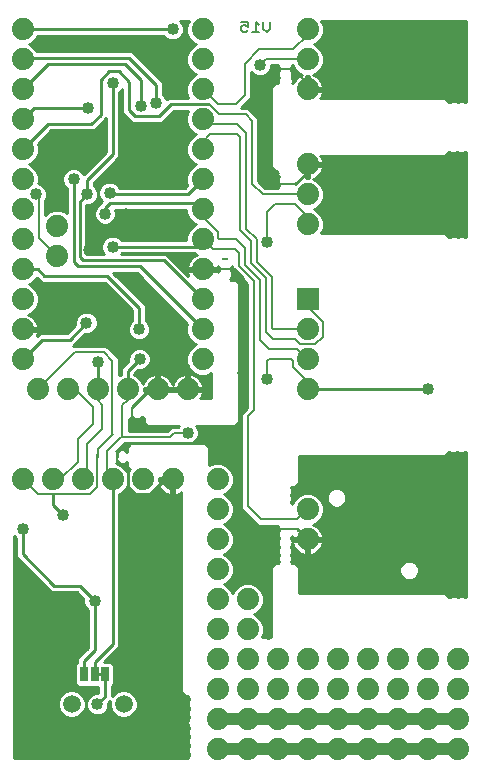
<source format=gbl>
G75*
G70*
%OFA0B0*%
%FSLAX24Y24*%
%IPPOS*%
%LPD*%
%AMOC8*
5,1,8,0,0,1.08239X$1,22.5*
%
%ADD10C,0.0060*%
%ADD11C,0.0740*%
%ADD12C,0.0594*%
%ADD13R,0.0250X0.0500*%
%ADD14R,0.0740X0.0740*%
%ADD15R,0.0200X0.0080*%
%ADD16R,0.0080X0.0200*%
%ADD17C,0.0080*%
%ADD18C,0.0100*%
%ADD19C,0.0400*%
%ADD20C,0.0400*%
D10*
X008153Y024873D02*
X008097Y024930D01*
X008097Y025043D01*
X008153Y025100D01*
X008210Y025100D01*
X008323Y025043D01*
X008323Y025213D01*
X008097Y025213D01*
X008153Y024873D02*
X008267Y024873D01*
X008323Y024930D01*
X008465Y024873D02*
X008692Y024873D01*
X008578Y024873D02*
X008578Y025213D01*
X008692Y025100D01*
X008833Y025213D02*
X008833Y024986D01*
X008947Y024873D01*
X009060Y024986D01*
X009060Y025213D01*
D11*
X010310Y024963D03*
X010310Y023963D03*
X010310Y022963D03*
X010310Y020463D03*
X010310Y019463D03*
X010310Y018463D03*
X010310Y014963D03*
X010310Y013963D03*
X010310Y012963D03*
X010310Y008963D03*
X010310Y007963D03*
X008310Y005963D03*
X008310Y004963D03*
X008310Y003963D03*
X008310Y002963D03*
X008310Y001963D03*
X008310Y000963D03*
X007310Y000963D03*
X007310Y001963D03*
X007310Y002963D03*
X007310Y003963D03*
X007310Y004963D03*
X007310Y005963D03*
X007310Y006963D03*
X007310Y007963D03*
X007310Y008963D03*
X007310Y009963D03*
X005810Y009963D03*
X004810Y009963D03*
X003810Y009963D03*
X002810Y009963D03*
X001810Y009963D03*
X000810Y009963D03*
X001310Y012963D03*
X000810Y013963D03*
X000810Y014963D03*
X000810Y015963D03*
X000810Y016963D03*
X000810Y017963D03*
X000810Y018963D03*
X000810Y019963D03*
X000810Y020963D03*
X000810Y021963D03*
X000810Y022963D03*
X000810Y023963D03*
X000810Y024963D03*
X001960Y018413D03*
X001960Y017413D03*
X002310Y012963D03*
X003310Y012963D03*
X004310Y012963D03*
X005310Y012963D03*
X006310Y012963D03*
X006810Y013963D03*
X006810Y014963D03*
X006810Y015963D03*
X006810Y016963D03*
X006810Y017963D03*
X006810Y018963D03*
X006810Y019963D03*
X006810Y020963D03*
X006810Y021963D03*
X006810Y022963D03*
X006810Y023963D03*
X006810Y024963D03*
X009310Y003963D03*
X009310Y002963D03*
X009310Y001963D03*
X009310Y000963D03*
X010310Y000963D03*
X010310Y001963D03*
X010310Y002963D03*
X010310Y003963D03*
X011310Y003963D03*
X011310Y002963D03*
X011310Y001963D03*
X011310Y000963D03*
X012310Y000963D03*
X012310Y001963D03*
X012310Y002963D03*
X012310Y003963D03*
X013310Y003963D03*
X013310Y002963D03*
X013310Y001963D03*
X013310Y000963D03*
X014310Y000963D03*
X014310Y001963D03*
X014310Y002963D03*
X014310Y003963D03*
X015310Y003963D03*
X015310Y002963D03*
X015310Y001963D03*
X015310Y000963D03*
D12*
X004176Y002463D03*
X002444Y002463D03*
D13*
X002860Y003463D03*
X003210Y003463D03*
X003560Y003463D03*
D14*
X010310Y015963D03*
D15*
X009560Y014958D03*
X009560Y014628D03*
X009560Y014298D03*
X009560Y013968D03*
X007560Y016968D03*
X007560Y017298D03*
X007560Y017628D03*
X007560Y017958D03*
X009560Y019128D03*
X009560Y019463D03*
X009560Y019798D03*
X007560Y021468D03*
X007560Y021798D03*
X007560Y022128D03*
X007560Y022458D03*
X009560Y023638D03*
X009560Y023973D03*
X009560Y024308D03*
X009560Y008628D03*
X009560Y008298D03*
D16*
X004465Y012213D03*
X004135Y012213D03*
X003805Y012213D03*
X003475Y012213D03*
X003145Y012213D03*
X003305Y010713D03*
X002975Y010713D03*
X002645Y010713D03*
X003635Y010713D03*
X003965Y010713D03*
D17*
X003970Y010718D01*
X003965Y010713D02*
X003965Y010558D01*
X003965Y010713D02*
X003965Y010878D01*
X003635Y010908D02*
X004090Y011363D01*
X004135Y011363D01*
X005710Y011363D01*
X005860Y011513D01*
X006310Y011513D01*
X004465Y011758D02*
X004465Y012213D01*
X004465Y012368D01*
X004310Y012613D02*
X004310Y012963D01*
X004305Y012958D01*
X004310Y012613D02*
X004135Y012438D01*
X004135Y012213D01*
X004135Y011363D01*
X003810Y011463D02*
X003805Y011468D01*
X003805Y012213D01*
X003805Y013918D01*
X003510Y014213D01*
X002560Y014213D01*
X001310Y012963D01*
X002310Y012963D02*
X002560Y012963D01*
X003145Y012378D01*
X003145Y012213D01*
X003145Y011798D01*
X002645Y011298D01*
X002645Y010713D01*
X002645Y010548D01*
X002060Y009963D01*
X001810Y009963D01*
X001810Y009463D02*
X003060Y009463D01*
X003305Y009708D01*
X003305Y010713D01*
X003310Y010718D01*
X003310Y010963D01*
X003810Y011463D01*
X003475Y011628D02*
X003475Y012213D01*
X003475Y012448D01*
X003310Y012613D01*
X003310Y012963D01*
X003475Y011628D02*
X002975Y011128D01*
X002975Y010713D01*
X002975Y010128D01*
X002810Y009963D01*
X003635Y010138D02*
X003810Y009963D01*
X003805Y009968D01*
X003635Y010138D02*
X003635Y010713D01*
X003635Y010908D01*
X001810Y009463D02*
X001310Y009463D01*
X000810Y009963D01*
X001960Y017413D02*
X001360Y018013D01*
X001360Y019363D01*
X001260Y019463D01*
X006810Y018963D02*
X006810Y018713D01*
X007310Y018213D01*
X007310Y018013D01*
X007365Y017958D01*
X007560Y017958D01*
X007915Y017958D01*
X008210Y017663D01*
X008210Y017113D01*
X008710Y016613D01*
X008710Y014613D01*
X009025Y014298D01*
X009560Y014298D01*
X009975Y014298D01*
X010310Y013963D01*
X010060Y014463D02*
X009895Y014628D01*
X009560Y014628D01*
X009145Y014628D01*
X008910Y014863D01*
X008910Y016663D01*
X008410Y017163D01*
X008410Y017913D01*
X008060Y018263D01*
X008060Y021363D01*
X007960Y021463D01*
X007565Y021463D01*
X007560Y021468D01*
X007065Y021468D01*
X006810Y021213D01*
X006810Y020963D01*
X006975Y021798D02*
X006810Y021963D01*
X006930Y021843D01*
X006975Y021798D02*
X007560Y021798D01*
X007975Y021798D01*
X008260Y021513D01*
X008260Y018313D01*
X008610Y017963D01*
X008610Y017213D01*
X009110Y016713D01*
X009110Y015013D01*
X009165Y014958D01*
X009560Y014958D01*
X010305Y014958D01*
X010310Y014963D01*
X010810Y015213D02*
X010310Y015713D01*
X010310Y015963D01*
X010810Y015213D02*
X010810Y014713D01*
X010560Y014463D01*
X010060Y014463D01*
X009755Y013968D02*
X009810Y013913D01*
X009810Y013713D01*
X010310Y013213D01*
X010310Y012963D01*
X009755Y013968D02*
X009560Y013968D01*
X009015Y013968D01*
X008960Y013913D01*
X008960Y013318D01*
X008510Y012263D02*
X008310Y012063D01*
X008310Y009063D01*
X008745Y008628D01*
X009560Y008628D01*
X009975Y008628D01*
X010310Y008963D01*
X009975Y008298D02*
X009560Y008298D01*
X008445Y008298D01*
X008510Y012263D02*
X008510Y016563D01*
X008010Y017063D01*
X008010Y017513D01*
X007895Y017628D01*
X007560Y017628D01*
X007145Y017628D01*
X006810Y017963D01*
X006815Y016968D02*
X007560Y016968D01*
X007855Y016968D01*
X006815Y016968D02*
X006810Y016963D01*
X008810Y019463D02*
X008460Y019813D01*
X008460Y021913D01*
X008245Y022128D01*
X007560Y022128D01*
X007371Y022128D01*
X007036Y022463D01*
X007315Y022458D02*
X006810Y022963D01*
X007315Y022458D02*
X007560Y022458D01*
X007915Y022458D01*
X008220Y022763D01*
X008220Y023823D01*
X008705Y024308D01*
X009560Y024308D01*
X009835Y024308D01*
X010310Y024783D01*
X010310Y024963D01*
X010300Y023973D02*
X010310Y023963D01*
X010300Y023973D02*
X009560Y023973D01*
X008930Y023973D01*
X008720Y023763D01*
X009070Y023503D02*
X009070Y020003D01*
X008990Y019923D01*
X009150Y019923D01*
X009275Y019798D01*
X009560Y019798D01*
X009895Y019798D01*
X009560Y019463D02*
X010310Y019463D01*
X009895Y019128D02*
X010310Y018713D01*
X010310Y018463D01*
X009895Y019128D02*
X009560Y019128D01*
X009225Y019128D01*
X008960Y018863D01*
X008960Y017863D01*
X008810Y019463D02*
X009560Y019463D01*
X010310Y022963D02*
X010310Y023153D01*
X009825Y023638D01*
X009560Y023638D01*
X009565Y023633D01*
X009200Y023633D01*
X009070Y023503D01*
D18*
X000520Y008080D02*
X000520Y000673D01*
X006316Y000673D01*
X006352Y000762D01*
X006374Y000783D01*
X006352Y000804D01*
X006315Y000894D01*
X006315Y000992D01*
X006352Y001082D01*
X006364Y001093D01*
X006352Y001104D01*
X006315Y001194D01*
X006315Y001292D01*
X006352Y001382D01*
X006364Y001393D01*
X006352Y001404D01*
X006315Y001494D01*
X006315Y001592D01*
X006352Y001682D01*
X006364Y001693D01*
X006342Y001714D01*
X006305Y001804D01*
X006305Y001902D01*
X006342Y001992D01*
X006369Y002018D01*
X006352Y002034D01*
X006315Y002124D01*
X006315Y002222D01*
X006352Y002312D01*
X006374Y002333D01*
X006352Y002354D01*
X006315Y002444D01*
X006315Y002542D01*
X006352Y002632D01*
X006364Y002643D01*
X006352Y002654D01*
X006315Y002744D01*
X006315Y002753D01*
X006223Y002753D01*
X006100Y002876D01*
X006100Y009531D01*
X006083Y009518D01*
X006010Y009481D01*
X005932Y009456D01*
X005860Y009444D01*
X005860Y009913D01*
X005760Y009913D01*
X005350Y009913D01*
X005350Y010013D01*
X005760Y010013D01*
X005760Y009913D01*
X005350Y009913D01*
X005350Y010013D01*
X005760Y010013D01*
X005760Y009913D01*
X005760Y009444D01*
X005688Y009456D01*
X005610Y009481D01*
X005537Y009518D01*
X005471Y009566D01*
X005413Y009624D01*
X005365Y009690D01*
X005328Y009763D01*
X005321Y009785D01*
X005268Y009657D01*
X005116Y009505D01*
X004917Y009423D01*
X004703Y009423D01*
X004504Y009505D01*
X004352Y009657D01*
X004310Y009759D01*
X004268Y009657D01*
X004116Y009505D01*
X004030Y009469D01*
X004030Y004372D01*
X003541Y003883D01*
X003755Y003883D01*
X003855Y003783D01*
X003855Y003142D01*
X003780Y003067D01*
X003780Y002727D01*
X003780Y002727D01*
X003780Y003067D01*
X003855Y003142D01*
X003855Y003783D01*
X003755Y003883D01*
X003541Y003883D01*
X004030Y004372D01*
X004030Y009469D01*
X004116Y009505D01*
X004268Y009657D01*
X004310Y009759D01*
X004352Y009657D01*
X004504Y009505D01*
X004703Y009423D01*
X004917Y009423D01*
X005116Y009505D01*
X005268Y009657D01*
X005321Y009785D01*
X005328Y009763D01*
X005365Y009690D01*
X005413Y009624D01*
X005471Y009566D01*
X005537Y009518D01*
X005610Y009481D01*
X005688Y009456D01*
X005760Y009444D01*
X005760Y009913D01*
X005860Y009913D01*
X005860Y009444D01*
X005932Y009456D01*
X006010Y009481D01*
X006083Y009518D01*
X006100Y009531D01*
X006100Y002876D01*
X006223Y002753D01*
X006310Y002753D01*
X006310Y001914D01*
X006305Y001902D01*
X006305Y001804D01*
X006310Y001792D01*
X006310Y000673D01*
X000520Y000673D01*
X000520Y008080D01*
X000590Y008010D01*
X000590Y007372D01*
X001769Y006193D01*
X002619Y006193D01*
X002840Y005972D01*
X002840Y005839D01*
X002896Y005703D01*
X002990Y005610D01*
X002990Y004354D01*
X002640Y004004D01*
X002640Y003858D01*
X002565Y003783D01*
X002565Y003142D01*
X002665Y003043D01*
X003340Y003043D01*
X003340Y002833D01*
X003226Y002833D01*
X003090Y002777D01*
X002986Y002672D01*
X002930Y002536D01*
X002930Y002389D01*
X002986Y002253D01*
X003090Y002149D01*
X003226Y002093D01*
X003374Y002093D01*
X003510Y002149D01*
X003614Y002253D01*
X003670Y002389D01*
X003670Y002522D01*
X003712Y002564D01*
X003709Y002556D01*
X003709Y002370D01*
X003780Y002198D01*
X003912Y002067D01*
X004083Y001996D01*
X004269Y001996D01*
X004441Y002067D01*
X004572Y002198D01*
X004643Y002370D01*
X004643Y002556D01*
X004572Y002727D01*
X004441Y002859D01*
X004269Y002930D01*
X004083Y002930D01*
X003912Y002859D01*
X003780Y002727D01*
X003780Y002727D01*
X003912Y002859D01*
X004083Y002930D01*
X004269Y002930D01*
X004441Y002859D01*
X004572Y002727D01*
X004643Y002556D01*
X004643Y002370D01*
X004572Y002198D01*
X004441Y002067D01*
X004269Y001996D01*
X004083Y001996D01*
X003912Y002067D01*
X003780Y002198D01*
X003709Y002370D01*
X003709Y002556D01*
X003712Y002564D01*
X003670Y002522D01*
X003670Y002389D01*
X003614Y002253D01*
X003510Y002149D01*
X003374Y002093D01*
X003226Y002093D01*
X003090Y002149D01*
X002986Y002253D01*
X002930Y002389D01*
X002930Y002536D01*
X002986Y002672D01*
X003090Y002777D01*
X003226Y002833D01*
X003340Y002833D01*
X003340Y003043D01*
X002665Y003043D01*
X002565Y003142D01*
X002565Y003783D01*
X002640Y003858D01*
X002640Y004004D01*
X002990Y004354D01*
X002990Y005610D01*
X002896Y005703D01*
X002840Y005839D01*
X002840Y005972D01*
X002619Y006193D01*
X001769Y006193D01*
X000590Y007372D01*
X000590Y008010D01*
X000520Y008080D01*
X000520Y008047D02*
X000552Y008047D01*
X000520Y008047D01*
X000520Y007949D02*
X000590Y007949D01*
X000520Y007949D01*
X000520Y007850D02*
X000590Y007850D01*
X000520Y007850D01*
X000520Y007752D02*
X000590Y007752D01*
X000520Y007752D01*
X000520Y007653D02*
X000590Y007653D01*
X000520Y007653D01*
X000520Y007555D02*
X000590Y007555D01*
X000520Y007555D01*
X000520Y007456D02*
X000590Y007456D01*
X000520Y007456D01*
X000520Y007358D02*
X000604Y007358D01*
X000520Y007358D01*
X000520Y007259D02*
X000702Y007259D01*
X000520Y007259D01*
X000520Y007161D02*
X000801Y007161D01*
X000520Y007161D01*
X000520Y007062D02*
X000899Y007062D01*
X000520Y007062D01*
X000520Y006964D02*
X000998Y006964D01*
X000520Y006964D01*
X000520Y006865D02*
X001096Y006865D01*
X000520Y006865D01*
X000520Y006767D02*
X001195Y006767D01*
X000520Y006767D01*
X000520Y006668D02*
X001293Y006668D01*
X000520Y006668D01*
X000520Y006570D02*
X001392Y006570D01*
X000520Y006570D01*
X000520Y006471D02*
X001490Y006471D01*
X000520Y006471D01*
X000520Y006373D02*
X001589Y006373D01*
X000520Y006373D01*
X000520Y006274D02*
X001687Y006274D01*
X000520Y006274D01*
X000520Y006176D02*
X002636Y006176D01*
X000520Y006176D01*
X000520Y006077D02*
X002734Y006077D01*
X000520Y006077D01*
X000520Y005979D02*
X002833Y005979D01*
X000520Y005979D01*
X000520Y005880D02*
X002840Y005880D01*
X000520Y005880D01*
X000520Y005782D02*
X002864Y005782D01*
X000520Y005782D01*
X000520Y005683D02*
X002916Y005683D01*
X000520Y005683D01*
X000520Y005585D02*
X002990Y005585D01*
X000520Y005585D01*
X000520Y005486D02*
X002990Y005486D01*
X000520Y005486D01*
X000520Y005388D02*
X002990Y005388D01*
X000520Y005388D01*
X000520Y005289D02*
X002990Y005289D01*
X000520Y005289D01*
X000520Y005191D02*
X002990Y005191D01*
X000520Y005191D01*
X000520Y005092D02*
X002990Y005092D01*
X000520Y005092D01*
X000520Y004994D02*
X002990Y004994D01*
X000520Y004994D01*
X000520Y004895D02*
X002990Y004895D01*
X000520Y004895D01*
X000520Y004797D02*
X002990Y004797D01*
X000520Y004797D01*
X000520Y004698D02*
X002990Y004698D01*
X000520Y004698D01*
X000520Y004600D02*
X002990Y004600D01*
X000520Y004600D01*
X000520Y004501D02*
X002990Y004501D01*
X000520Y004501D01*
X000520Y004403D02*
X002990Y004403D01*
X000520Y004403D01*
X000520Y004304D02*
X002940Y004304D01*
X000520Y004304D01*
X000520Y004206D02*
X002842Y004206D01*
X000520Y004206D01*
X000520Y004107D02*
X002743Y004107D01*
X000520Y004107D01*
X000520Y004009D02*
X002645Y004009D01*
X000520Y004009D01*
X000520Y003910D02*
X002640Y003910D01*
X000520Y003910D01*
X000520Y003812D02*
X002594Y003812D01*
X000520Y003812D01*
X000520Y003713D02*
X002565Y003713D01*
X000520Y003713D01*
X000520Y003615D02*
X002565Y003615D01*
X000520Y003615D01*
X000520Y003516D02*
X002565Y003516D01*
X000520Y003516D01*
X000520Y003418D02*
X002565Y003418D01*
X000520Y003418D01*
X000520Y003319D02*
X002565Y003319D01*
X000520Y003319D01*
X000520Y003221D02*
X002565Y003221D01*
X000520Y003221D01*
X000520Y003122D02*
X002585Y003122D01*
X000520Y003122D01*
X000520Y003024D02*
X003340Y003024D01*
X000520Y003024D01*
X000520Y002925D02*
X002340Y002925D01*
X000520Y002925D01*
X000520Y002827D02*
X002147Y002827D01*
X000520Y002827D01*
X000520Y002728D02*
X002049Y002728D01*
X000520Y002728D01*
X000520Y002630D02*
X002007Y002630D01*
X000520Y002630D01*
X000520Y002531D02*
X001977Y002531D01*
X000520Y002531D01*
X000520Y002433D02*
X001977Y002433D01*
X000520Y002433D01*
X000520Y002334D02*
X001991Y002334D01*
X000520Y002334D01*
X000520Y002236D02*
X002032Y002236D01*
X000520Y002236D01*
X000520Y002137D02*
X002109Y002137D01*
X000520Y002137D01*
X000520Y002039D02*
X002247Y002039D01*
X000520Y002039D01*
X000520Y001940D02*
X006321Y001940D01*
X006310Y001940D02*
X000520Y001940D01*
X000520Y001842D02*
X006305Y001842D01*
X000520Y001842D01*
X000520Y001743D02*
X006330Y001743D01*
X006310Y001743D02*
X000520Y001743D01*
X000520Y001645D02*
X006337Y001645D01*
X006310Y001645D02*
X000520Y001645D01*
X000520Y001546D02*
X006315Y001546D01*
X006310Y001546D02*
X000520Y001546D01*
X000520Y001448D02*
X006334Y001448D01*
X006310Y001448D02*
X000520Y001448D01*
X000520Y001349D02*
X006339Y001349D01*
X006310Y001349D02*
X000520Y001349D01*
X000520Y001251D02*
X006315Y001251D01*
X006310Y001251D02*
X000520Y001251D01*
X000520Y001152D02*
X006332Y001152D01*
X006310Y001152D02*
X000520Y001152D01*
X000520Y001054D02*
X006341Y001054D01*
X006310Y001054D02*
X000520Y001054D01*
X000520Y000955D02*
X006315Y000955D01*
X006310Y000955D02*
X000520Y000955D01*
X000520Y000857D02*
X006330Y000857D01*
X006310Y000857D02*
X000520Y000857D01*
X000520Y000758D02*
X006351Y000758D01*
X006310Y000758D02*
X000520Y000758D01*
X002048Y002198D02*
X002179Y002067D01*
X002351Y001996D01*
X002537Y001996D01*
X002708Y002067D01*
X002840Y002198D01*
X002911Y002370D01*
X002911Y002556D01*
X002840Y002727D01*
X002708Y002859D01*
X002537Y002930D01*
X002351Y002930D01*
X002179Y002859D01*
X002048Y002727D01*
X001977Y002556D01*
X001977Y002370D01*
X002048Y002198D01*
X002179Y002067D01*
X002351Y001996D01*
X002537Y001996D01*
X002708Y002067D01*
X002840Y002198D01*
X002911Y002370D01*
X002911Y002556D01*
X002840Y002727D01*
X002708Y002859D01*
X002537Y002930D01*
X002351Y002930D01*
X002179Y002859D01*
X002048Y002727D01*
X001977Y002556D01*
X001977Y002370D01*
X002048Y002198D01*
X002548Y002925D02*
X003340Y002925D01*
X002548Y002925D01*
X002741Y002827D02*
X003212Y002827D01*
X002741Y002827D01*
X002839Y002728D02*
X003042Y002728D01*
X002839Y002728D01*
X002880Y002630D02*
X002969Y002630D01*
X002880Y002630D01*
X002911Y002531D02*
X002930Y002531D01*
X002911Y002531D01*
X002911Y002433D02*
X002930Y002433D01*
X002911Y002433D01*
X002896Y002334D02*
X002953Y002334D01*
X002896Y002334D01*
X002855Y002236D02*
X003004Y002236D01*
X002855Y002236D01*
X002779Y002137D02*
X003119Y002137D01*
X002779Y002137D01*
X002641Y002039D02*
X003979Y002039D01*
X002641Y002039D01*
X003300Y002463D02*
X003560Y002723D01*
X003560Y003463D01*
X003210Y003463D01*
X003210Y003863D01*
X003810Y004463D01*
X003810Y009963D01*
X004014Y010463D02*
X004300Y010463D01*
X004300Y010376D01*
X004300Y010536D01*
X004300Y010536D01*
X004269Y010505D01*
X004179Y010468D01*
X004081Y010468D01*
X003991Y010505D01*
X003965Y010531D01*
X003939Y010505D01*
X003925Y010500D01*
X004116Y010421D01*
X004268Y010269D01*
X004310Y010167D01*
X004352Y010269D01*
X004380Y010296D01*
X004300Y010376D01*
X004380Y010296D01*
X004352Y010269D01*
X004310Y010167D01*
X004268Y010269D01*
X004116Y010421D01*
X004014Y010463D01*
X003986Y010510D02*
X003944Y010510D01*
X003965Y010558D02*
X004310Y010213D01*
X004310Y009713D01*
X004560Y009463D01*
X005060Y009463D01*
X005560Y009963D01*
X005810Y009963D01*
X005760Y009919D02*
X005350Y009919D01*
X005760Y009919D01*
X005760Y009820D02*
X005860Y009820D01*
X005760Y009820D01*
X005760Y009722D02*
X005860Y009722D01*
X005760Y009722D01*
X005760Y009623D02*
X005860Y009623D01*
X005760Y009623D01*
X005760Y009525D02*
X005860Y009525D01*
X005760Y009525D01*
X005528Y009525D02*
X005136Y009525D01*
X005528Y009525D01*
X005414Y009623D02*
X005234Y009623D01*
X005414Y009623D01*
X005349Y009722D02*
X005295Y009722D01*
X005349Y009722D01*
X004926Y009426D02*
X006100Y009426D01*
X004926Y009426D01*
X004694Y009426D02*
X004030Y009426D01*
X004694Y009426D01*
X004484Y009525D02*
X004136Y009525D01*
X004484Y009525D01*
X004386Y009623D02*
X004234Y009623D01*
X004386Y009623D01*
X004325Y009722D02*
X004295Y009722D01*
X004325Y009722D01*
X004030Y009328D02*
X006100Y009328D01*
X004030Y009328D01*
X004030Y009229D02*
X006100Y009229D01*
X004030Y009229D01*
X004030Y009131D02*
X006100Y009131D01*
X004030Y009131D01*
X004030Y009032D02*
X006100Y009032D01*
X004030Y009032D01*
X004030Y008934D02*
X006100Y008934D01*
X004030Y008934D01*
X004030Y008835D02*
X006100Y008835D01*
X004030Y008835D01*
X004030Y008737D02*
X006100Y008737D01*
X004030Y008737D01*
X004030Y008638D02*
X006100Y008638D01*
X004030Y008638D01*
X004030Y008540D02*
X006100Y008540D01*
X004030Y008540D01*
X004030Y008441D02*
X006100Y008441D01*
X004030Y008441D01*
X004030Y008343D02*
X006100Y008343D01*
X004030Y008343D01*
X004030Y008244D02*
X006100Y008244D01*
X004030Y008244D01*
X004030Y008146D02*
X006100Y008146D01*
X004030Y008146D01*
X004030Y008047D02*
X006100Y008047D01*
X004030Y008047D01*
X004030Y007949D02*
X006100Y007949D01*
X004030Y007949D01*
X004030Y007850D02*
X006100Y007850D01*
X004030Y007850D01*
X004030Y007752D02*
X006100Y007752D01*
X004030Y007752D01*
X004030Y007653D02*
X006100Y007653D01*
X004030Y007653D01*
X004030Y007555D02*
X006100Y007555D01*
X004030Y007555D01*
X004030Y007456D02*
X006100Y007456D01*
X004030Y007456D01*
X004030Y007358D02*
X006100Y007358D01*
X004030Y007358D01*
X004030Y007259D02*
X006100Y007259D01*
X004030Y007259D01*
X004030Y007161D02*
X006100Y007161D01*
X004030Y007161D01*
X004030Y007062D02*
X006100Y007062D01*
X004030Y007062D01*
X004030Y006964D02*
X006100Y006964D01*
X004030Y006964D01*
X004030Y006865D02*
X006100Y006865D01*
X004030Y006865D01*
X004030Y006767D02*
X006100Y006767D01*
X004030Y006767D01*
X004030Y006668D02*
X006100Y006668D01*
X004030Y006668D01*
X004030Y006570D02*
X006100Y006570D01*
X004030Y006570D01*
X004030Y006471D02*
X006100Y006471D01*
X004030Y006471D01*
X004030Y006373D02*
X006100Y006373D01*
X004030Y006373D01*
X004030Y006274D02*
X006100Y006274D01*
X004030Y006274D01*
X004030Y006176D02*
X006100Y006176D01*
X004030Y006176D01*
X004030Y006077D02*
X006100Y006077D01*
X004030Y006077D01*
X004030Y005979D02*
X006100Y005979D01*
X004030Y005979D01*
X004030Y005880D02*
X006100Y005880D01*
X004030Y005880D01*
X004030Y005782D02*
X006100Y005782D01*
X004030Y005782D01*
X004030Y005683D02*
X006100Y005683D01*
X004030Y005683D01*
X004030Y005585D02*
X006100Y005585D01*
X004030Y005585D01*
X004030Y005486D02*
X006100Y005486D01*
X004030Y005486D01*
X004030Y005388D02*
X006100Y005388D01*
X004030Y005388D01*
X004030Y005289D02*
X006100Y005289D01*
X004030Y005289D01*
X004030Y005191D02*
X006100Y005191D01*
X004030Y005191D01*
X004030Y005092D02*
X006100Y005092D01*
X004030Y005092D01*
X004030Y004994D02*
X006100Y004994D01*
X004030Y004994D01*
X004030Y004895D02*
X006100Y004895D01*
X004030Y004895D01*
X004030Y004797D02*
X006100Y004797D01*
X004030Y004797D01*
X004030Y004698D02*
X006100Y004698D01*
X004030Y004698D01*
X004030Y004600D02*
X006100Y004600D01*
X004030Y004600D01*
X004030Y004501D02*
X006100Y004501D01*
X004030Y004501D01*
X004030Y004403D02*
X006100Y004403D01*
X004030Y004403D01*
X003963Y004304D02*
X006100Y004304D01*
X003963Y004304D01*
X003864Y004206D02*
X006100Y004206D01*
X003864Y004206D01*
X003766Y004107D02*
X006100Y004107D01*
X003766Y004107D01*
X003667Y004009D02*
X006100Y004009D01*
X003667Y004009D01*
X003569Y003910D02*
X006100Y003910D01*
X003569Y003910D01*
X003826Y003812D02*
X006100Y003812D01*
X003826Y003812D01*
X003855Y003713D02*
X006100Y003713D01*
X003855Y003713D01*
X003855Y003615D02*
X006100Y003615D01*
X003855Y003615D01*
X003855Y003516D02*
X006100Y003516D01*
X003855Y003516D01*
X003855Y003418D02*
X006100Y003418D01*
X003855Y003418D01*
X003855Y003319D02*
X006100Y003319D01*
X003855Y003319D01*
X003855Y003221D02*
X006100Y003221D01*
X003855Y003221D01*
X003835Y003122D02*
X006100Y003122D01*
X003835Y003122D01*
X003780Y003024D02*
X006100Y003024D01*
X003780Y003024D01*
X003780Y002925D02*
X004072Y002925D01*
X003780Y002925D01*
X003780Y002827D02*
X003879Y002827D01*
X003780Y002827D01*
X003780Y002728D02*
X003781Y002728D01*
X003780Y002728D01*
X003709Y002531D02*
X003680Y002531D01*
X003709Y002531D01*
X003709Y002433D02*
X003670Y002433D01*
X003709Y002433D01*
X003724Y002334D02*
X003647Y002334D01*
X003724Y002334D01*
X003765Y002236D02*
X003596Y002236D01*
X003765Y002236D01*
X003841Y002137D02*
X003481Y002137D01*
X003841Y002137D01*
X004373Y002039D02*
X006350Y002039D01*
X006310Y002039D02*
X004373Y002039D01*
X004511Y002137D02*
X006315Y002137D01*
X006310Y002137D02*
X004511Y002137D01*
X004588Y002236D02*
X006321Y002236D01*
X006310Y002236D02*
X004588Y002236D01*
X004629Y002334D02*
X006372Y002334D01*
X006310Y002334D02*
X004629Y002334D01*
X004643Y002433D02*
X006320Y002433D01*
X006310Y002433D02*
X004643Y002433D01*
X004643Y002531D02*
X006315Y002531D01*
X006310Y002531D02*
X004643Y002531D01*
X004613Y002630D02*
X006352Y002630D01*
X006310Y002630D02*
X004613Y002630D01*
X004571Y002728D02*
X006322Y002728D01*
X006310Y002728D02*
X004571Y002728D01*
X004473Y002827D02*
X006149Y002827D01*
X004473Y002827D01*
X004280Y002925D02*
X006100Y002925D01*
X004280Y002925D01*
X003210Y004263D02*
X002860Y003913D01*
X002860Y003463D01*
X003210Y004263D02*
X003210Y005913D01*
X002710Y006413D01*
X001860Y006413D01*
X000810Y007463D01*
X000810Y008313D01*
X001810Y009113D02*
X001810Y009463D01*
X001810Y009113D02*
X002160Y008763D01*
X003965Y010713D02*
X003965Y010918D01*
X004210Y011163D01*
X007860Y011163D01*
X008010Y011013D01*
X008010Y008733D01*
X008445Y008298D01*
X008634Y008441D02*
X007566Y008441D01*
X007616Y008421D02*
X007514Y008463D01*
X007616Y008505D01*
X007768Y008657D01*
X007850Y008855D01*
X007850Y009070D01*
X007768Y009269D01*
X007616Y009421D01*
X007514Y009463D01*
X007616Y009505D01*
X007768Y009657D01*
X007850Y009855D01*
X007850Y010070D01*
X007768Y010269D01*
X007616Y010421D01*
X007417Y010503D01*
X007203Y010503D01*
X007020Y010427D01*
X007020Y011050D01*
X006897Y011173D01*
X006456Y011173D01*
X006520Y011199D01*
X008100Y011199D01*
X008100Y011101D02*
X006969Y011101D01*
X007020Y011002D02*
X008100Y011002D01*
X008100Y010904D02*
X007020Y010904D01*
X007020Y010805D02*
X008100Y010805D01*
X008100Y010707D02*
X007020Y010707D01*
X007020Y010608D02*
X008100Y010608D01*
X008100Y010510D02*
X007020Y010510D01*
X006520Y011199D02*
X006624Y011303D01*
X006680Y011439D01*
X006680Y011586D01*
X006624Y011722D01*
X006593Y011753D01*
X007897Y011753D01*
X008020Y011876D01*
X008020Y016500D01*
X007897Y016623D01*
X007756Y016623D01*
X007741Y016638D01*
X007768Y016664D01*
X007805Y016754D01*
X007805Y016852D01*
X007768Y016942D01*
X007741Y016968D01*
X007768Y016994D01*
X007800Y017072D01*
X007800Y016976D01*
X008300Y016476D01*
X008300Y012350D01*
X008223Y012273D01*
X008100Y012150D01*
X008100Y008976D01*
X008223Y008853D01*
X008658Y008418D01*
X009315Y008418D01*
X009315Y008414D01*
X009352Y008324D01*
X009379Y008298D01*
X009352Y008272D01*
X009315Y008182D01*
X009315Y008084D01*
X009352Y007994D01*
X009354Y007993D01*
X009352Y007992D01*
X009315Y007902D01*
X009315Y007804D01*
X009352Y007714D01*
X009354Y007713D01*
X009352Y007712D01*
X009315Y007622D01*
X009315Y007524D01*
X009347Y007448D01*
X009315Y007372D01*
X009315Y007274D01*
X009347Y007198D01*
X009336Y007173D01*
X009223Y007173D01*
X009100Y007050D01*
X009100Y004708D01*
X009091Y004708D01*
X009001Y004671D01*
X008990Y004659D01*
X008979Y004671D01*
X008889Y004708D01*
X008791Y004708D01*
X008788Y004707D01*
X008850Y004855D01*
X008850Y005070D01*
X008768Y005269D01*
X008616Y005421D01*
X008514Y005463D01*
X008616Y005505D01*
X008768Y005657D01*
X008850Y005855D01*
X008850Y006070D01*
X008768Y006269D01*
X008616Y006421D01*
X008417Y006503D01*
X008203Y006503D01*
X008004Y006421D01*
X007852Y006269D01*
X007810Y006167D01*
X007768Y006269D01*
X007616Y006421D01*
X007514Y006463D01*
X007616Y006505D01*
X007768Y006657D01*
X007850Y006855D01*
X007850Y007070D01*
X007768Y007269D01*
X007616Y007421D01*
X007514Y007463D01*
X007616Y007505D01*
X007768Y007657D01*
X007850Y007855D01*
X007850Y008070D01*
X007768Y008269D01*
X007616Y008421D01*
X007694Y008343D02*
X009345Y008343D01*
X009341Y008244D02*
X007778Y008244D01*
X007819Y008146D02*
X009315Y008146D01*
X009330Y008047D02*
X007850Y008047D01*
X007850Y007949D02*
X009335Y007949D01*
X009315Y007850D02*
X007848Y007850D01*
X007807Y007752D02*
X009337Y007752D01*
X009328Y007653D02*
X007764Y007653D01*
X007666Y007555D02*
X009315Y007555D01*
X009343Y007456D02*
X007530Y007456D01*
X007679Y007358D02*
X009315Y007358D01*
X009321Y007259D02*
X007772Y007259D01*
X007812Y007161D02*
X009211Y007161D01*
X009113Y007062D02*
X007850Y007062D01*
X007850Y006964D02*
X009100Y006964D01*
X009100Y006865D02*
X007850Y006865D01*
X007813Y006767D02*
X009100Y006767D01*
X009100Y006668D02*
X007773Y006668D01*
X007681Y006570D02*
X009100Y006570D01*
X009100Y006471D02*
X008493Y006471D01*
X008664Y006373D02*
X009100Y006373D01*
X009100Y006274D02*
X008762Y006274D01*
X008806Y006176D02*
X009100Y006176D01*
X009100Y006077D02*
X008847Y006077D01*
X008850Y005979D02*
X009100Y005979D01*
X009100Y005880D02*
X008850Y005880D01*
X008820Y005782D02*
X009100Y005782D01*
X009100Y005683D02*
X008779Y005683D01*
X008696Y005585D02*
X009100Y005585D01*
X009100Y005486D02*
X008571Y005486D01*
X008649Y005388D02*
X009100Y005388D01*
X009100Y005289D02*
X008747Y005289D01*
X008800Y005191D02*
X009100Y005191D01*
X009100Y005092D02*
X008841Y005092D01*
X008850Y004994D02*
X009100Y004994D01*
X009100Y004895D02*
X008850Y004895D01*
X008826Y004797D02*
X009100Y004797D01*
X009068Y004698D02*
X008912Y004698D01*
X007814Y006176D02*
X007806Y006176D01*
X007762Y006274D02*
X007858Y006274D01*
X007956Y006373D02*
X007664Y006373D01*
X007535Y006471D02*
X008127Y006471D01*
X008536Y008540D02*
X007651Y008540D01*
X007749Y008638D02*
X008437Y008638D01*
X008339Y008737D02*
X007801Y008737D01*
X007842Y008835D02*
X008240Y008835D01*
X008142Y008934D02*
X007850Y008934D01*
X007850Y009032D02*
X008100Y009032D01*
X008100Y009131D02*
X007825Y009131D01*
X007784Y009229D02*
X008100Y009229D01*
X008100Y009328D02*
X007709Y009328D01*
X007602Y009426D02*
X008100Y009426D01*
X008100Y009525D02*
X007636Y009525D01*
X007734Y009623D02*
X008100Y009623D01*
X008100Y009722D02*
X007795Y009722D01*
X007835Y009820D02*
X008100Y009820D01*
X008100Y009919D02*
X007850Y009919D01*
X007850Y010017D02*
X008100Y010017D01*
X008100Y010116D02*
X007831Y010116D01*
X007790Y010214D02*
X008100Y010214D01*
X008100Y010313D02*
X007724Y010313D01*
X007625Y010411D02*
X008100Y010411D01*
X008100Y011298D02*
X006618Y011298D01*
X006662Y011396D02*
X008100Y011396D01*
X008100Y011495D02*
X006680Y011495D01*
X006677Y011593D02*
X008100Y011593D01*
X008100Y011692D02*
X006636Y011692D01*
X006027Y011753D02*
X005997Y011723D01*
X005773Y011723D01*
X005650Y011600D01*
X005623Y011573D01*
X004345Y011573D01*
X004345Y011968D01*
X004349Y011968D01*
X004439Y012005D01*
X004465Y012031D01*
X004491Y012005D01*
X004581Y011968D01*
X004679Y011968D01*
X004769Y012005D01*
X004800Y012036D01*
X004831Y012005D01*
X004850Y011997D01*
X004850Y011876D01*
X004973Y011753D01*
X006027Y011753D01*
X005742Y011692D02*
X004345Y011692D01*
X004345Y011790D02*
X004935Y011790D01*
X004850Y011889D02*
X004345Y011889D01*
X004396Y011987D02*
X004534Y011987D01*
X004465Y011758D02*
X004510Y011713D01*
X004345Y011593D02*
X005644Y011593D01*
X004850Y011987D02*
X004726Y011987D01*
X004465Y012368D02*
X005060Y012963D01*
X005310Y012963D01*
X005360Y012972D02*
X006260Y012972D01*
X005360Y012972D01*
X005360Y013013D02*
X006260Y013013D01*
X006260Y013481D01*
X006188Y013470D01*
X006110Y013445D01*
X006037Y013408D01*
X005971Y013359D01*
X005913Y013302D01*
X005865Y013235D01*
X005828Y013162D01*
X005810Y013107D01*
X005792Y013162D01*
X005755Y013235D01*
X005707Y013302D01*
X005649Y013359D01*
X005583Y013408D01*
X005510Y013445D01*
X005583Y013408D01*
X005649Y013359D01*
X005707Y013302D01*
X005755Y013235D01*
X005792Y013162D01*
X005810Y013107D01*
X005828Y013162D01*
X005865Y013235D01*
X005913Y013302D01*
X005971Y013359D01*
X006037Y013408D01*
X006110Y013445D01*
X006188Y013470D01*
X006260Y013481D01*
X006260Y013013D01*
X006360Y013013D01*
X006360Y013481D01*
X006432Y013470D01*
X006510Y013445D01*
X006583Y013408D01*
X006649Y013359D01*
X006707Y013302D01*
X006755Y013235D01*
X006792Y013162D01*
X006817Y013085D01*
X006829Y013013D01*
X006360Y013013D01*
X006260Y013013D01*
X006260Y012913D01*
X005791Y012913D01*
X005360Y012913D01*
X005360Y013013D01*
X005260Y013013D01*
X005260Y013481D01*
X005188Y013470D01*
X005110Y013445D01*
X005037Y013408D01*
X004971Y013359D01*
X004913Y013302D01*
X004865Y013235D01*
X004828Y013162D01*
X004821Y013140D01*
X004768Y013269D01*
X004616Y013421D01*
X004530Y013456D01*
X004530Y013472D01*
X004661Y013603D01*
X004784Y013603D01*
X004920Y013659D01*
X005024Y013763D01*
X005080Y013899D01*
X005080Y014046D01*
X005024Y014182D01*
X004920Y014287D01*
X004784Y014343D01*
X004636Y014343D01*
X004500Y014287D01*
X004396Y014182D01*
X004340Y014046D01*
X004340Y013904D01*
X004090Y013654D01*
X004090Y013456D01*
X004015Y013425D01*
X004015Y014005D01*
X003597Y014423D01*
X002491Y014423D01*
X002881Y014813D01*
X003014Y014813D01*
X003150Y014869D01*
X003254Y014973D01*
X003310Y015109D01*
X003310Y015256D01*
X003254Y015392D01*
X003150Y015497D01*
X003014Y015553D01*
X002866Y015553D01*
X002730Y015497D01*
X002626Y015392D01*
X002570Y015256D01*
X002570Y015124D01*
X002289Y014843D01*
X001379Y014843D01*
X001284Y014748D01*
X001292Y014763D01*
X001317Y014841D01*
X001329Y014913D01*
X000860Y014913D01*
X000860Y015013D01*
X001329Y015013D01*
X001317Y015085D01*
X001292Y015162D01*
X001255Y015235D01*
X001207Y015302D01*
X001149Y015359D01*
X001083Y015408D01*
X001010Y015445D01*
X000988Y015452D01*
X001116Y015505D01*
X001268Y015657D01*
X001350Y015855D01*
X001350Y016070D01*
X001268Y016269D01*
X001116Y016421D01*
X001014Y016463D01*
X001116Y016505D01*
X001268Y016657D01*
X001279Y016683D01*
X001320Y016642D01*
X001449Y016513D01*
X003549Y016513D01*
X004470Y015592D01*
X004470Y015266D01*
X004376Y015172D01*
X004320Y015036D01*
X004320Y014889D01*
X004376Y014753D01*
X004480Y014649D01*
X004616Y014593D01*
X004764Y014593D01*
X004900Y014649D01*
X005004Y014753D01*
X005060Y014889D01*
X005060Y015036D01*
X005004Y015172D01*
X004910Y015266D01*
X004910Y015774D01*
X004781Y015903D01*
X003841Y016843D01*
X004619Y016843D01*
X006306Y015156D01*
X006270Y015070D01*
X006270Y014855D01*
X006352Y014657D01*
X006504Y014505D01*
X006606Y014463D01*
X006504Y014421D01*
X006352Y014269D01*
X006270Y014070D01*
X006270Y013855D01*
X006352Y013657D01*
X006504Y013505D01*
X006703Y013423D01*
X006917Y013423D01*
X007100Y013498D01*
X007100Y012673D01*
X006742Y012673D01*
X006755Y012690D01*
X006792Y012763D01*
X006817Y012841D01*
X006829Y012913D01*
X006360Y012913D01*
X006360Y013013D01*
X006360Y013481D01*
X006432Y013470D01*
X006510Y013445D01*
X006583Y013408D01*
X006649Y013359D01*
X006707Y013302D01*
X006755Y013235D01*
X006792Y013162D01*
X006817Y013085D01*
X006829Y013013D01*
X006360Y013013D01*
X006360Y012913D01*
X006829Y012913D01*
X006817Y012841D01*
X006792Y012763D01*
X006755Y012690D01*
X006742Y012673D01*
X007100Y012673D01*
X007100Y013498D01*
X006917Y013423D01*
X006703Y013423D01*
X006504Y013505D01*
X006352Y013657D01*
X006270Y013855D01*
X006270Y014070D01*
X006352Y014269D01*
X006504Y014421D01*
X006606Y014463D01*
X006504Y014505D01*
X006352Y014657D01*
X006270Y014855D01*
X006270Y015070D01*
X006306Y015156D01*
X004619Y016843D01*
X003841Y016843D01*
X004781Y015903D01*
X004910Y015774D01*
X004910Y015266D01*
X005004Y015172D01*
X005060Y015036D01*
X005060Y014889D01*
X005004Y014753D01*
X004900Y014649D01*
X004764Y014593D01*
X004616Y014593D01*
X004480Y014649D01*
X004376Y014753D01*
X004320Y014889D01*
X004320Y015036D01*
X004376Y015172D01*
X004470Y015266D01*
X004470Y015592D01*
X003549Y016513D01*
X001449Y016513D01*
X001320Y016642D01*
X001279Y016683D01*
X001268Y016657D01*
X001116Y016505D01*
X001014Y016463D01*
X001116Y016421D01*
X001268Y016269D01*
X001350Y016070D01*
X001350Y015855D01*
X001268Y015657D01*
X001116Y015505D01*
X000988Y015452D01*
X001010Y015445D01*
X001083Y015408D01*
X001149Y015359D01*
X001207Y015302D01*
X001255Y015235D01*
X001292Y015162D01*
X001317Y015085D01*
X001329Y015013D01*
X000860Y015013D01*
X000860Y014913D01*
X001329Y014913D01*
X001317Y014841D01*
X001292Y014763D01*
X001284Y014748D01*
X001379Y014843D01*
X002289Y014843D01*
X002570Y015124D01*
X002570Y015256D01*
X002626Y015392D01*
X002730Y015497D01*
X002866Y015553D01*
X003014Y015553D01*
X003150Y015497D01*
X003254Y015392D01*
X003310Y015256D01*
X003310Y015109D01*
X003254Y014973D01*
X003150Y014869D01*
X003014Y014813D01*
X002881Y014813D01*
X002491Y014423D01*
X003597Y014423D01*
X004015Y014005D01*
X004015Y013425D01*
X004090Y013456D01*
X004090Y013654D01*
X004340Y013904D01*
X004340Y014046D01*
X004396Y014182D01*
X004500Y014287D01*
X004636Y014343D01*
X004784Y014343D01*
X004920Y014287D01*
X005024Y014182D01*
X005080Y014046D01*
X005080Y013899D01*
X005024Y013763D01*
X004920Y013659D01*
X004784Y013603D01*
X004661Y013603D01*
X004530Y013472D01*
X004530Y013456D01*
X004616Y013421D01*
X004768Y013269D01*
X004821Y013140D01*
X004828Y013162D01*
X004865Y013235D01*
X004913Y013302D01*
X004971Y013359D01*
X005037Y013408D01*
X005110Y013445D01*
X005188Y013470D01*
X005260Y013481D01*
X005260Y013013D01*
X005360Y013013D01*
X005360Y013481D01*
X005432Y013470D01*
X005510Y013445D01*
X005432Y013470D01*
X005360Y013481D01*
X005360Y013013D01*
X006260Y013013D01*
X006260Y012913D01*
X005791Y012913D01*
X005360Y012913D01*
X005360Y013013D01*
X005360Y013071D02*
X005260Y013071D01*
X005360Y013071D01*
X005360Y013169D02*
X005260Y013169D01*
X005360Y013169D01*
X005360Y013268D02*
X005260Y013268D01*
X005360Y013268D01*
X005360Y013366D02*
X005260Y013366D01*
X005360Y013366D01*
X005360Y013465D02*
X005260Y013465D01*
X005360Y013465D01*
X005448Y013465D02*
X006172Y013465D01*
X005448Y013465D01*
X005639Y013366D02*
X005981Y013366D01*
X005639Y013366D01*
X005731Y013268D02*
X005889Y013268D01*
X005731Y013268D01*
X005788Y013169D02*
X005832Y013169D01*
X005788Y013169D01*
X006260Y013169D02*
X006360Y013169D01*
X006260Y013169D01*
X006260Y013071D02*
X006360Y013071D01*
X006260Y013071D01*
X006360Y012972D02*
X007100Y012972D01*
X006360Y012972D01*
X006360Y013268D02*
X006260Y013268D01*
X006360Y013268D01*
X006360Y013366D02*
X006260Y013366D01*
X006360Y013366D01*
X006360Y013465D02*
X006260Y013465D01*
X006360Y013465D01*
X006448Y013465D02*
X006601Y013465D01*
X006448Y013465D01*
X006446Y013563D02*
X004622Y013563D01*
X006446Y013563D01*
X006350Y013662D02*
X004922Y013662D01*
X006350Y013662D01*
X006309Y013760D02*
X005021Y013760D01*
X006309Y013760D01*
X006270Y013859D02*
X005063Y013859D01*
X006270Y013859D01*
X006270Y013957D02*
X005080Y013957D01*
X006270Y013957D01*
X006270Y014056D02*
X005076Y014056D01*
X006270Y014056D01*
X006305Y014154D02*
X005035Y014154D01*
X006305Y014154D01*
X006346Y014253D02*
X004953Y014253D01*
X006346Y014253D01*
X006435Y014351D02*
X003668Y014351D01*
X006435Y014351D01*
X006575Y014450D02*
X002518Y014450D01*
X006575Y014450D01*
X006461Y014548D02*
X002617Y014548D01*
X006461Y014548D01*
X006362Y014647D02*
X004894Y014647D01*
X006362Y014647D01*
X006316Y014745D02*
X004996Y014745D01*
X006316Y014745D01*
X006275Y014844D02*
X005041Y014844D01*
X006275Y014844D01*
X006270Y014942D02*
X005060Y014942D01*
X006270Y014942D01*
X006270Y015041D02*
X005058Y015041D01*
X006270Y015041D01*
X006299Y015139D02*
X005017Y015139D01*
X006299Y015139D01*
X006224Y015238D02*
X004938Y015238D01*
X006224Y015238D01*
X006125Y015336D02*
X004910Y015336D01*
X006125Y015336D01*
X006027Y015435D02*
X004910Y015435D01*
X006027Y015435D01*
X005928Y015533D02*
X004910Y015533D01*
X005928Y015533D01*
X005830Y015632D02*
X004910Y015632D01*
X005830Y015632D01*
X005731Y015730D02*
X004910Y015730D01*
X005731Y015730D01*
X005633Y015829D02*
X004855Y015829D01*
X005633Y015829D01*
X005534Y015927D02*
X004757Y015927D01*
X005534Y015927D01*
X005436Y016026D02*
X004658Y016026D01*
X005436Y016026D01*
X005337Y016124D02*
X004560Y016124D01*
X005337Y016124D01*
X005239Y016223D02*
X004461Y016223D01*
X005239Y016223D01*
X005140Y016321D02*
X004363Y016321D01*
X005140Y016321D01*
X005042Y016420D02*
X004264Y016420D01*
X005042Y016420D01*
X004943Y016518D02*
X004166Y016518D01*
X004943Y016518D01*
X004845Y016617D02*
X004067Y016617D01*
X004845Y016617D01*
X004746Y016715D02*
X003969Y016715D01*
X004746Y016715D01*
X004648Y016814D02*
X003870Y016814D01*
X004648Y016814D01*
X004710Y017063D02*
X006810Y014963D01*
X006810Y015963D02*
X005510Y017263D01*
X002810Y017263D01*
X002710Y017363D01*
X002710Y019213D01*
X002960Y019463D01*
X002960Y019933D01*
X003820Y020793D01*
X003820Y023163D01*
X004040Y022860D02*
X004134Y022953D01*
X004140Y022969D01*
X004140Y022172D01*
X004269Y022043D01*
X004469Y021843D01*
X005451Y021843D01*
X005580Y021972D01*
X005851Y022243D01*
X006341Y022243D01*
X006270Y022070D01*
X006270Y021855D01*
X006352Y021657D01*
X006504Y021505D01*
X006606Y021463D01*
X006504Y021421D01*
X006352Y021269D01*
X006270Y021070D01*
X006270Y020855D01*
X006352Y020657D01*
X006504Y020505D01*
X006606Y020463D01*
X006504Y020421D01*
X006352Y020269D01*
X006270Y020070D01*
X006270Y019855D01*
X006306Y019770D01*
X006219Y019683D01*
X004040Y019683D01*
X004024Y019722D01*
X003920Y019827D01*
X003784Y019883D01*
X003636Y019883D01*
X003500Y019827D01*
X003396Y019722D01*
X003340Y019586D01*
X003340Y019439D01*
X003396Y019303D01*
X003468Y019232D01*
X003371Y019135D01*
X003350Y019127D01*
X003246Y019022D01*
X003190Y018886D01*
X003190Y018739D01*
X003246Y018603D01*
X003350Y018499D01*
X003486Y018443D01*
X003634Y018443D01*
X003770Y018499D01*
X003874Y018603D01*
X003930Y018739D01*
X003930Y018886D01*
X003907Y018943D01*
X006270Y018943D01*
X006270Y018855D01*
X006352Y018657D01*
X006504Y018505D01*
X006606Y018463D01*
X006504Y018421D01*
X006352Y018269D01*
X006270Y018070D01*
X006270Y017933D01*
X004113Y017933D01*
X004020Y018027D01*
X003884Y018083D01*
X003736Y018083D01*
X003600Y018027D01*
X003496Y017922D01*
X003440Y017786D01*
X003440Y017639D01*
X003496Y017503D01*
X003517Y017483D01*
X002930Y017483D01*
X002930Y019093D01*
X003034Y019093D01*
X003170Y019149D01*
X003274Y019253D01*
X003330Y019389D01*
X003330Y019536D01*
X003274Y019672D01*
X003180Y019766D01*
X003180Y019842D01*
X004040Y020702D01*
X004040Y022860D01*
X004134Y022953D01*
X004140Y022969D01*
X004140Y022172D01*
X004269Y022043D01*
X004469Y021843D01*
X005451Y021843D01*
X005580Y021972D01*
X005851Y022243D01*
X006341Y022243D01*
X006270Y022070D01*
X006270Y021855D01*
X006352Y021657D01*
X006504Y021505D01*
X006606Y021463D01*
X006504Y021421D01*
X006352Y021269D01*
X006270Y021070D01*
X006270Y020855D01*
X006352Y020657D01*
X006504Y020505D01*
X006606Y020463D01*
X006504Y020421D01*
X006352Y020269D01*
X006270Y020070D01*
X006270Y019855D01*
X006306Y019770D01*
X006219Y019683D01*
X004040Y019683D01*
X004024Y019722D01*
X003920Y019827D01*
X003784Y019883D01*
X003636Y019883D01*
X003500Y019827D01*
X003396Y019722D01*
X003340Y019586D01*
X003340Y019439D01*
X003396Y019303D01*
X003468Y019232D01*
X003371Y019135D01*
X003350Y019127D01*
X003246Y019022D01*
X003190Y018886D01*
X003190Y018739D01*
X003246Y018603D01*
X003350Y018499D01*
X003486Y018443D01*
X003634Y018443D01*
X003770Y018499D01*
X003874Y018603D01*
X003930Y018739D01*
X003930Y018886D01*
X003907Y018943D01*
X006270Y018943D01*
X006270Y018855D01*
X006352Y018657D01*
X006504Y018505D01*
X006606Y018463D01*
X006504Y018421D01*
X006352Y018269D01*
X006270Y018070D01*
X006270Y017933D01*
X004113Y017933D01*
X004020Y018027D01*
X003884Y018083D01*
X003736Y018083D01*
X003600Y018027D01*
X003496Y017922D01*
X003440Y017786D01*
X003440Y017639D01*
X003496Y017503D01*
X003517Y017483D01*
X002930Y017483D01*
X002930Y019093D01*
X003034Y019093D01*
X003170Y019149D01*
X003274Y019253D01*
X003330Y019389D01*
X003330Y019536D01*
X003274Y019672D01*
X003180Y019766D01*
X003180Y019842D01*
X004040Y020702D01*
X004040Y022860D01*
X004040Y022822D02*
X004140Y022822D01*
X004040Y022822D01*
X004040Y022724D02*
X004140Y022724D01*
X004040Y022724D01*
X004040Y022625D02*
X004140Y022625D01*
X004040Y022625D01*
X004040Y022527D02*
X004140Y022527D01*
X004040Y022527D01*
X004040Y022428D02*
X004140Y022428D01*
X004040Y022428D01*
X004040Y022330D02*
X004140Y022330D01*
X004040Y022330D01*
X004040Y022231D02*
X004140Y022231D01*
X004040Y022231D01*
X004040Y022133D02*
X004179Y022133D01*
X004040Y022133D01*
X004040Y022034D02*
X004277Y022034D01*
X004040Y022034D01*
X004040Y021936D02*
X004376Y021936D01*
X004040Y021936D01*
X004040Y021837D02*
X006277Y021837D01*
X004040Y021837D01*
X004040Y021739D02*
X006318Y021739D01*
X004040Y021739D01*
X004040Y021640D02*
X006369Y021640D01*
X004040Y021640D01*
X004040Y021542D02*
X006467Y021542D01*
X004040Y021542D01*
X004040Y021443D02*
X006559Y021443D01*
X004040Y021443D01*
X004040Y021345D02*
X006428Y021345D01*
X004040Y021345D01*
X004040Y021246D02*
X006343Y021246D01*
X004040Y021246D01*
X004040Y021148D02*
X006302Y021148D01*
X004040Y021148D01*
X004040Y021049D02*
X006270Y021049D01*
X004040Y021049D01*
X004040Y020951D02*
X006270Y020951D01*
X004040Y020951D01*
X004040Y020852D02*
X006271Y020852D01*
X004040Y020852D01*
X004040Y020754D02*
X006312Y020754D01*
X004040Y020754D01*
X003994Y020655D02*
X006354Y020655D01*
X003994Y020655D01*
X003895Y020557D02*
X006452Y020557D01*
X003895Y020557D01*
X003797Y020458D02*
X006595Y020458D01*
X003797Y020458D01*
X003698Y020360D02*
X006443Y020360D01*
X003698Y020360D01*
X003600Y020261D02*
X006349Y020261D01*
X003600Y020261D01*
X003501Y020163D02*
X006308Y020163D01*
X003501Y020163D01*
X003403Y020064D02*
X006270Y020064D01*
X003403Y020064D01*
X003304Y019966D02*
X006270Y019966D01*
X003304Y019966D01*
X003206Y019867D02*
X003599Y019867D01*
X003206Y019867D01*
X003180Y019769D02*
X003443Y019769D01*
X003180Y019769D01*
X003275Y019670D02*
X003375Y019670D01*
X003275Y019670D01*
X003315Y019572D02*
X003340Y019572D01*
X003315Y019572D01*
X003330Y019473D02*
X003340Y019473D01*
X003330Y019473D01*
X003324Y019375D02*
X003367Y019375D01*
X003324Y019375D01*
X003283Y019276D02*
X003423Y019276D01*
X003283Y019276D01*
X003198Y019178D02*
X003414Y019178D01*
X003198Y019178D01*
X003303Y019079D02*
X002930Y019079D01*
X003303Y019079D01*
X003229Y018981D02*
X002930Y018981D01*
X003229Y018981D01*
X003190Y018882D02*
X002930Y018882D01*
X003190Y018882D01*
X003190Y018784D02*
X002930Y018784D01*
X003190Y018784D01*
X003212Y018685D02*
X002930Y018685D01*
X003212Y018685D01*
X003263Y018587D02*
X002930Y018587D01*
X003263Y018587D01*
X003376Y018488D02*
X002930Y018488D01*
X003376Y018488D01*
X003560Y018813D02*
X003560Y019013D01*
X003710Y019163D01*
X006610Y019163D01*
X006810Y018963D01*
X006544Y018488D02*
X003744Y018488D01*
X006544Y018488D01*
X006473Y018390D02*
X002930Y018390D01*
X006473Y018390D01*
X006375Y018291D02*
X002930Y018291D01*
X006375Y018291D01*
X006321Y018193D02*
X002930Y018193D01*
X006321Y018193D01*
X006280Y018094D02*
X002930Y018094D01*
X006280Y018094D01*
X006270Y017996D02*
X004050Y017996D01*
X006270Y017996D01*
X006560Y017713D02*
X006810Y017963D01*
X006560Y017713D02*
X003810Y017713D01*
X003570Y017996D02*
X002930Y017996D01*
X003570Y017996D01*
X003486Y017897D02*
X002930Y017897D01*
X003486Y017897D01*
X003445Y017799D02*
X002930Y017799D01*
X003445Y017799D01*
X003440Y017700D02*
X002930Y017700D01*
X003440Y017700D01*
X003455Y017602D02*
X002930Y017602D01*
X003455Y017602D01*
X003496Y017503D02*
X002930Y017503D01*
X003496Y017503D01*
X003640Y016733D02*
X004690Y015683D01*
X004690Y014963D01*
X004442Y015238D02*
X003310Y015238D01*
X004442Y015238D01*
X004470Y015336D02*
X003277Y015336D01*
X004470Y015336D01*
X004470Y015435D02*
X003211Y015435D01*
X004470Y015435D01*
X004470Y015533D02*
X003061Y015533D01*
X004470Y015533D01*
X004430Y015632D02*
X001243Y015632D01*
X004430Y015632D01*
X004331Y015730D02*
X001298Y015730D01*
X004331Y015730D01*
X004233Y015829D02*
X001339Y015829D01*
X004233Y015829D01*
X004134Y015927D02*
X001350Y015927D01*
X004134Y015927D01*
X004036Y016026D02*
X001350Y016026D01*
X004036Y016026D01*
X003937Y016124D02*
X001328Y016124D01*
X003937Y016124D01*
X003839Y016223D02*
X001287Y016223D01*
X003839Y016223D01*
X003740Y016321D02*
X001215Y016321D01*
X003740Y016321D01*
X003642Y016420D02*
X001117Y016420D01*
X003642Y016420D01*
X003640Y016733D02*
X001540Y016733D01*
X001310Y016963D01*
X000810Y016963D01*
X001129Y016518D02*
X001443Y016518D01*
X001129Y016518D01*
X001228Y016617D02*
X001345Y016617D01*
X001228Y016617D01*
X001144Y015533D02*
X002819Y015533D01*
X001144Y015533D01*
X001029Y015435D02*
X002669Y015435D01*
X001029Y015435D01*
X001172Y015336D02*
X002603Y015336D01*
X001172Y015336D01*
X001253Y015238D02*
X002570Y015238D01*
X001253Y015238D01*
X001299Y015139D02*
X002570Y015139D01*
X001299Y015139D01*
X001324Y015041D02*
X002487Y015041D01*
X001324Y015041D01*
X001318Y014844D02*
X002290Y014844D01*
X001318Y014844D01*
X001470Y014623D02*
X002380Y014623D01*
X002940Y015183D01*
X003089Y014844D02*
X004339Y014844D01*
X003089Y014844D01*
X003223Y014942D02*
X004320Y014942D01*
X003223Y014942D01*
X003282Y015041D02*
X004322Y015041D01*
X003282Y015041D01*
X003310Y015139D02*
X004363Y015139D01*
X003310Y015139D01*
X002814Y014745D02*
X004384Y014745D01*
X002814Y014745D01*
X002715Y014647D02*
X004486Y014647D01*
X002715Y014647D01*
X002388Y014942D02*
X000860Y014942D01*
X002388Y014942D01*
X001470Y014623D02*
X000810Y013963D01*
X002660Y017063D02*
X002510Y017213D01*
X002510Y019963D01*
X002279Y019670D02*
X001575Y019670D01*
X002279Y019670D01*
X002290Y019660D02*
X002290Y018847D01*
X002266Y018871D01*
X002067Y018953D01*
X001853Y018953D01*
X001654Y018871D01*
X001570Y018787D01*
X001570Y019250D01*
X001574Y019253D01*
X001630Y019389D01*
X001630Y019536D01*
X001574Y019672D01*
X001470Y019777D01*
X001340Y019830D01*
X001350Y019855D01*
X001350Y020070D01*
X001268Y020269D01*
X001116Y020421D01*
X001014Y020463D01*
X001116Y020505D01*
X001268Y020657D01*
X001350Y020855D01*
X001350Y021070D01*
X001314Y021156D01*
X001751Y021593D01*
X003191Y021593D01*
X003320Y021722D01*
X003600Y022002D01*
X003600Y020884D01*
X002869Y020153D01*
X002843Y020127D01*
X002824Y020172D01*
X002720Y020277D01*
X002584Y020333D01*
X002436Y020333D01*
X002300Y020277D01*
X002196Y020172D01*
X002140Y020036D01*
X002140Y019889D01*
X002196Y019753D01*
X002290Y019660D01*
X002290Y018847D01*
X002266Y018871D01*
X002067Y018953D01*
X001853Y018953D01*
X001654Y018871D01*
X001570Y018787D01*
X001570Y019250D01*
X001574Y019253D01*
X001630Y019389D01*
X001630Y019536D01*
X001574Y019672D01*
X001470Y019777D01*
X001340Y019830D01*
X001350Y019855D01*
X001350Y020070D01*
X001268Y020269D01*
X001116Y020421D01*
X001014Y020463D01*
X001116Y020505D01*
X001268Y020657D01*
X001350Y020855D01*
X001350Y021070D01*
X001314Y021156D01*
X001751Y021593D01*
X003191Y021593D01*
X003320Y021722D01*
X003600Y022002D01*
X003600Y020884D01*
X002869Y020153D01*
X002843Y020127D01*
X002824Y020172D01*
X002720Y020277D01*
X002584Y020333D01*
X002436Y020333D01*
X002300Y020277D01*
X002196Y020172D01*
X002140Y020036D01*
X002140Y019889D01*
X002196Y019753D01*
X002290Y019660D01*
X002290Y019572D02*
X001615Y019572D01*
X002290Y019572D01*
X002290Y019473D02*
X001630Y019473D01*
X002290Y019473D01*
X002290Y019375D02*
X001624Y019375D01*
X002290Y019375D01*
X002290Y019276D02*
X001583Y019276D01*
X002290Y019276D01*
X002290Y019178D02*
X001570Y019178D01*
X002290Y019178D01*
X002290Y019079D02*
X001570Y019079D01*
X002290Y019079D01*
X002290Y018981D02*
X001570Y018981D01*
X002290Y018981D01*
X002290Y018882D02*
X002238Y018882D01*
X002290Y018882D01*
X002190Y019769D02*
X001477Y019769D01*
X002190Y019769D01*
X002149Y019867D02*
X001350Y019867D01*
X002149Y019867D01*
X002140Y019966D02*
X001350Y019966D01*
X002140Y019966D01*
X002152Y020064D02*
X001350Y020064D01*
X002152Y020064D01*
X002192Y020163D02*
X001312Y020163D01*
X002192Y020163D01*
X002285Y020261D02*
X001271Y020261D01*
X002285Y020261D01*
X002735Y020261D02*
X002977Y020261D01*
X002735Y020261D01*
X002828Y020163D02*
X002879Y020163D01*
X002828Y020163D01*
X003076Y020360D02*
X001177Y020360D01*
X003076Y020360D01*
X003174Y020458D02*
X001025Y020458D01*
X003174Y020458D01*
X003273Y020557D02*
X001168Y020557D01*
X003273Y020557D01*
X003371Y020655D02*
X001266Y020655D01*
X003371Y020655D01*
X003470Y020754D02*
X001308Y020754D01*
X003470Y020754D01*
X003568Y020852D02*
X001349Y020852D01*
X003568Y020852D01*
X003600Y020951D02*
X001350Y020951D01*
X003600Y020951D01*
X003600Y021049D02*
X001350Y021049D01*
X003600Y021049D01*
X003600Y021148D02*
X001318Y021148D01*
X003600Y021148D01*
X003600Y021246D02*
X001405Y021246D01*
X003600Y021246D01*
X003600Y021345D02*
X001503Y021345D01*
X003600Y021345D01*
X003600Y021443D02*
X001602Y021443D01*
X003600Y021443D01*
X003600Y021542D02*
X001700Y021542D01*
X003600Y021542D01*
X003600Y021640D02*
X003239Y021640D01*
X003600Y021640D01*
X003600Y021739D02*
X003337Y021739D01*
X003600Y021739D01*
X003600Y021837D02*
X003436Y021837D01*
X003600Y021837D01*
X003600Y021936D02*
X003534Y021936D01*
X003600Y021936D01*
X003410Y022123D02*
X003100Y021813D01*
X001660Y021813D01*
X000810Y020963D01*
X000810Y021963D02*
X001180Y022333D01*
X002990Y022333D01*
X003410Y022123D02*
X003410Y023273D01*
X003700Y023563D01*
X004010Y023563D01*
X004360Y023213D01*
X004360Y022263D01*
X004560Y022063D01*
X005360Y022063D01*
X005760Y022463D01*
X007036Y022463D01*
X006352Y023269D02*
X006504Y023421D01*
X006606Y023463D01*
X006504Y023505D01*
X006352Y023657D01*
X006270Y023855D01*
X006270Y024070D01*
X006352Y024269D01*
X006504Y024421D01*
X006606Y024463D01*
X006504Y024505D01*
X006352Y024657D01*
X006270Y024855D01*
X006270Y025070D01*
X006346Y025253D01*
X006043Y025253D01*
X006124Y025172D01*
X006180Y025036D01*
X006180Y024889D01*
X006124Y024753D01*
X006020Y024649D01*
X005884Y024593D01*
X005736Y024593D01*
X005600Y024649D01*
X005507Y024743D01*
X001303Y024743D01*
X001268Y024657D01*
X001116Y024505D01*
X001014Y024463D01*
X001116Y024421D01*
X001268Y024269D01*
X001283Y024233D01*
X004451Y024233D01*
X004580Y024104D01*
X005480Y023204D01*
X005480Y022816D01*
X005574Y022722D01*
X005613Y022627D01*
X005669Y022683D01*
X006341Y022683D01*
X006270Y022855D01*
X006270Y023070D01*
X006352Y023269D01*
X006270Y023070D01*
X006270Y022855D01*
X006341Y022683D01*
X005669Y022683D01*
X005613Y022627D01*
X005574Y022722D01*
X005480Y022816D01*
X005480Y023204D01*
X004580Y024104D01*
X004451Y024233D01*
X001283Y024233D01*
X001268Y024269D01*
X001116Y024421D01*
X001014Y024463D01*
X001116Y024505D01*
X001268Y024657D01*
X001303Y024743D01*
X005507Y024743D01*
X005600Y024649D01*
X005736Y024593D01*
X005884Y024593D01*
X006020Y024649D01*
X006124Y024753D01*
X006180Y024889D01*
X006180Y025036D01*
X006124Y025172D01*
X006043Y025253D01*
X006346Y025253D01*
X006270Y025070D01*
X006270Y024855D01*
X006352Y024657D01*
X006504Y024505D01*
X006606Y024463D01*
X006504Y024421D01*
X006352Y024269D01*
X006270Y024070D01*
X006270Y023855D01*
X006352Y023657D01*
X006504Y023505D01*
X006606Y023463D01*
X006504Y023421D01*
X006352Y023269D01*
X006331Y023216D02*
X005468Y023216D01*
X006331Y023216D01*
X006290Y023118D02*
X005480Y023118D01*
X006290Y023118D01*
X006270Y023019D02*
X005480Y023019D01*
X006270Y023019D01*
X006270Y022921D02*
X005480Y022921D01*
X006270Y022921D01*
X006284Y022822D02*
X005480Y022822D01*
X006284Y022822D01*
X006324Y022724D02*
X005572Y022724D01*
X006324Y022724D01*
X006337Y022231D02*
X005840Y022231D01*
X006337Y022231D01*
X006296Y022133D02*
X005741Y022133D01*
X006296Y022133D01*
X006270Y022034D02*
X005643Y022034D01*
X006270Y022034D01*
X006270Y021936D02*
X005544Y021936D01*
X006270Y021936D01*
X006398Y023315D02*
X005369Y023315D01*
X006398Y023315D01*
X006497Y023413D02*
X005271Y023413D01*
X006497Y023413D01*
X006497Y023512D02*
X005172Y023512D01*
X006497Y023512D01*
X006399Y023610D02*
X005074Y023610D01*
X006399Y023610D01*
X006331Y023709D02*
X004975Y023709D01*
X006331Y023709D01*
X006290Y023807D02*
X004877Y023807D01*
X006290Y023807D01*
X006270Y023906D02*
X004778Y023906D01*
X006270Y023906D01*
X006270Y024004D02*
X004680Y024004D01*
X006270Y024004D01*
X006284Y024103D02*
X004581Y024103D01*
X006284Y024103D01*
X006324Y024201D02*
X004483Y024201D01*
X006324Y024201D01*
X006383Y024300D02*
X001237Y024300D01*
X006383Y024300D01*
X006482Y024398D02*
X001138Y024398D01*
X006482Y024398D01*
X006524Y024497D02*
X001096Y024497D01*
X006524Y024497D01*
X006414Y024595D02*
X005890Y024595D01*
X006414Y024595D01*
X006337Y024694D02*
X006064Y024694D01*
X006337Y024694D01*
X006296Y024792D02*
X006140Y024792D01*
X006296Y024792D01*
X006270Y024891D02*
X006180Y024891D01*
X006270Y024891D01*
X006270Y024989D02*
X006180Y024989D01*
X006270Y024989D01*
X006277Y025088D02*
X006159Y025088D01*
X006277Y025088D01*
X006318Y025186D02*
X006110Y025186D01*
X006318Y025186D01*
X005810Y024963D02*
X000810Y024963D01*
X001206Y024595D02*
X005730Y024595D01*
X001206Y024595D01*
X001283Y024694D02*
X005556Y024694D01*
X001283Y024694D01*
X000860Y024013D02*
X004360Y024013D01*
X005260Y023113D01*
X005260Y022513D01*
X004760Y022413D02*
X004760Y023263D01*
X004210Y023813D01*
X001660Y023813D01*
X000810Y022963D01*
X000810Y023963D02*
X000860Y024013D01*
X003821Y019867D02*
X006270Y019867D01*
X003821Y019867D01*
X003977Y019769D02*
X006305Y019769D01*
X003977Y019769D01*
X003710Y019513D02*
X003760Y019463D01*
X006310Y019463D01*
X006810Y019963D01*
X006270Y018882D02*
X003930Y018882D01*
X006270Y018882D01*
X006300Y018784D02*
X003930Y018784D01*
X006300Y018784D01*
X006340Y018685D02*
X003908Y018685D01*
X006340Y018685D01*
X006422Y018587D02*
X003857Y018587D01*
X006422Y018587D01*
X006534Y017493D02*
X006632Y017452D01*
X006610Y017445D01*
X006537Y017408D01*
X006471Y017359D01*
X006413Y017302D01*
X006365Y017235D01*
X006328Y017162D01*
X006303Y017085D01*
X006291Y017013D01*
X006760Y017013D01*
X006760Y016913D01*
X006291Y016913D01*
X006303Y016841D01*
X006328Y016763D01*
X006336Y016748D01*
X005601Y017483D01*
X004103Y017483D01*
X004113Y017493D01*
X006534Y017493D01*
X006632Y017452D01*
X006610Y017445D01*
X006537Y017408D01*
X006471Y017359D01*
X006413Y017302D01*
X006365Y017235D01*
X006328Y017162D01*
X006303Y017085D01*
X006291Y017013D01*
X006760Y017013D01*
X006760Y016913D01*
X006291Y016913D01*
X006303Y016841D01*
X006328Y016763D01*
X006336Y016748D01*
X005601Y017483D01*
X004103Y017483D01*
X004113Y017493D01*
X006534Y017493D01*
X006534Y017405D02*
X005679Y017405D01*
X006534Y017405D01*
X006418Y017306D02*
X005778Y017306D01*
X006418Y017306D01*
X006351Y017208D02*
X005876Y017208D01*
X006351Y017208D01*
X006311Y017109D02*
X005975Y017109D01*
X006311Y017109D01*
X006292Y016912D02*
X006172Y016912D01*
X006292Y016912D01*
X006270Y016814D02*
X006312Y016814D01*
X006270Y016814D01*
X006073Y017011D02*
X006760Y017011D01*
X006073Y017011D01*
X006860Y017011D02*
X007345Y017011D01*
X007329Y017013D02*
X007319Y017075D01*
X007352Y016994D01*
X007379Y016968D01*
X007352Y016942D01*
X007321Y016867D01*
X007329Y016913D01*
X006860Y016913D01*
X006860Y017013D01*
X007329Y017013D01*
X007328Y016912D02*
X007340Y016912D01*
X007775Y017011D02*
X007800Y017011D01*
X007855Y016968D02*
X008160Y016663D01*
X008160Y013513D01*
X008020Y013465D02*
X008300Y013465D01*
X008300Y013563D02*
X008020Y013563D01*
X008020Y013662D02*
X008300Y013662D01*
X008300Y013760D02*
X008020Y013760D01*
X008020Y013859D02*
X008300Y013859D01*
X008300Y013957D02*
X008020Y013957D01*
X008020Y014056D02*
X008300Y014056D01*
X008300Y014154D02*
X008020Y014154D01*
X008020Y014253D02*
X008300Y014253D01*
X008300Y014351D02*
X008020Y014351D01*
X008020Y014450D02*
X008300Y014450D01*
X008300Y014548D02*
X008020Y014548D01*
X008020Y014647D02*
X008300Y014647D01*
X008300Y014745D02*
X008020Y014745D01*
X008020Y014844D02*
X008300Y014844D01*
X008300Y014942D02*
X008020Y014942D01*
X008020Y015041D02*
X008300Y015041D01*
X008300Y015139D02*
X008020Y015139D01*
X008020Y015238D02*
X008300Y015238D01*
X008300Y015336D02*
X008020Y015336D01*
X008020Y015435D02*
X008300Y015435D01*
X008300Y015533D02*
X008020Y015533D01*
X008020Y015632D02*
X008300Y015632D01*
X008300Y015730D02*
X008020Y015730D01*
X008020Y015829D02*
X008300Y015829D01*
X008300Y015927D02*
X008020Y015927D01*
X008020Y016026D02*
X008300Y016026D01*
X008300Y016124D02*
X008020Y016124D01*
X008020Y016223D02*
X008300Y016223D01*
X008300Y016321D02*
X008020Y016321D01*
X008020Y016420D02*
X008300Y016420D01*
X008257Y016518D02*
X008001Y016518D01*
X007903Y016617D02*
X008159Y016617D01*
X008060Y016715D02*
X007789Y016715D01*
X007805Y016814D02*
X007962Y016814D01*
X007863Y016912D02*
X007780Y016912D01*
X008897Y019673D02*
X008670Y019900D01*
X008670Y022000D01*
X008547Y022123D01*
X008455Y022215D01*
X008332Y022338D01*
X008092Y022338D01*
X008307Y022553D01*
X008430Y022676D01*
X008430Y023530D01*
X008510Y023449D01*
X008646Y023393D01*
X008794Y023393D01*
X008930Y023449D01*
X009034Y023553D01*
X009090Y023689D01*
X009090Y023763D01*
X009315Y023763D01*
X009315Y023754D01*
X009352Y023664D01*
X009379Y023638D01*
X009352Y023612D01*
X009315Y023522D01*
X009315Y023424D01*
X009347Y023346D01*
X009325Y023292D01*
X009325Y023194D01*
X009334Y023173D01*
X009223Y023173D01*
X009100Y023050D01*
X009100Y020376D01*
X009223Y020253D01*
X009305Y020253D01*
X009305Y020174D01*
X009342Y020084D01*
X009344Y020082D01*
X009315Y020012D01*
X009315Y019914D01*
X009352Y019824D01*
X009379Y019798D01*
X009352Y019772D01*
X009315Y019682D01*
X009315Y019673D01*
X008897Y019673D01*
X008801Y019769D02*
X009351Y019769D01*
X009334Y019867D02*
X008702Y019867D01*
X008670Y019966D02*
X009315Y019966D01*
X009337Y020064D02*
X008670Y020064D01*
X008670Y020163D02*
X009310Y020163D01*
X009214Y020261D02*
X008670Y020261D01*
X008670Y020360D02*
X009116Y020360D01*
X009100Y020458D02*
X008670Y020458D01*
X008670Y020557D02*
X009100Y020557D01*
X009100Y020655D02*
X008670Y020655D01*
X008670Y020754D02*
X009100Y020754D01*
X009100Y020852D02*
X008670Y020852D01*
X008670Y020951D02*
X009100Y020951D01*
X009100Y021049D02*
X008670Y021049D01*
X008670Y021148D02*
X009100Y021148D01*
X009100Y021246D02*
X008670Y021246D01*
X008670Y021345D02*
X009100Y021345D01*
X009100Y021443D02*
X008670Y021443D01*
X008670Y021542D02*
X009100Y021542D01*
X009100Y021640D02*
X008670Y021640D01*
X008670Y021739D02*
X009100Y021739D01*
X009100Y021837D02*
X008670Y021837D01*
X008670Y021936D02*
X009100Y021936D01*
X009100Y022034D02*
X008635Y022034D01*
X008537Y022133D02*
X009100Y022133D01*
X009100Y022231D02*
X008438Y022231D01*
X008340Y022330D02*
X009100Y022330D01*
X009100Y022428D02*
X008183Y022428D01*
X008281Y022527D02*
X009100Y022527D01*
X009100Y022625D02*
X008380Y022625D01*
X008430Y022724D02*
X009100Y022724D01*
X009100Y022822D02*
X008430Y022822D01*
X008430Y022921D02*
X009100Y022921D01*
X009100Y023019D02*
X008430Y023019D01*
X008430Y023118D02*
X009168Y023118D01*
X009325Y023216D02*
X008430Y023216D01*
X008430Y023315D02*
X009335Y023315D01*
X009319Y023413D02*
X008843Y023413D01*
X008992Y023512D02*
X009315Y023512D01*
X009352Y023610D02*
X009057Y023610D01*
X009090Y023709D02*
X009334Y023709D01*
X009741Y023638D02*
X009768Y023664D01*
X009805Y023754D01*
X009805Y023763D01*
X009808Y023763D01*
X009852Y023657D01*
X010004Y023505D01*
X010132Y023452D01*
X010110Y023445D01*
X010037Y023408D01*
X009971Y023359D01*
X009913Y023302D01*
X009865Y023235D01*
X009833Y023173D01*
X009806Y023173D01*
X009815Y023194D01*
X009815Y023292D01*
X009783Y023370D01*
X009805Y023424D01*
X009805Y023522D01*
X009768Y023612D01*
X009741Y023638D01*
X009768Y023610D02*
X009899Y023610D01*
X009810Y023610D01*
X009852Y023657D02*
X010004Y023505D01*
X010132Y023452D01*
X010110Y023445D01*
X010037Y023408D01*
X009971Y023359D01*
X009913Y023302D01*
X009865Y023235D01*
X009833Y023173D01*
X009810Y023173D01*
X009810Y023182D01*
X009815Y023194D01*
X009815Y023292D01*
X009810Y023304D01*
X009810Y023759D01*
X009852Y023657D01*
X009831Y023709D02*
X009786Y023709D01*
X009810Y023709D02*
X009831Y023709D01*
X009810Y023512D02*
X009997Y023512D01*
X009805Y023512D01*
X009801Y023413D02*
X010049Y023413D01*
X009810Y023413D01*
X009810Y023315D02*
X009927Y023315D01*
X009805Y023315D01*
X009815Y023216D02*
X009856Y023216D01*
X009815Y023216D01*
X010260Y023216D02*
X010360Y023216D01*
X010260Y023216D01*
X010260Y023118D02*
X010360Y023118D01*
X010260Y023118D01*
X010260Y023019D02*
X010360Y023019D01*
X010260Y023019D01*
X010260Y023013D02*
X010260Y023423D01*
X010360Y023423D01*
X010360Y023013D01*
X010260Y023013D01*
X010260Y023423D01*
X010360Y023423D01*
X010360Y023013D01*
X010260Y023013D01*
X010360Y023013D02*
X010829Y023013D01*
X010817Y023085D01*
X010792Y023162D01*
X010755Y023235D01*
X010707Y023302D01*
X010649Y023359D01*
X010583Y023408D01*
X010510Y023445D01*
X010488Y023452D01*
X010616Y023505D01*
X010768Y023657D01*
X010850Y023855D01*
X010850Y024070D01*
X010768Y024269D01*
X010616Y024421D01*
X010514Y024463D01*
X010616Y024505D01*
X010768Y024657D01*
X010850Y024855D01*
X010850Y025070D01*
X010774Y025253D01*
X015600Y025253D01*
X015600Y022547D01*
X015575Y022536D01*
X015499Y022568D01*
X015401Y022568D01*
X015320Y022534D01*
X015239Y022568D01*
X015141Y022568D01*
X015060Y022534D01*
X015018Y022551D01*
X014897Y022673D01*
X010742Y022673D01*
X010755Y022690D01*
X010792Y022763D01*
X010817Y022841D01*
X010829Y022913D01*
X010360Y022913D01*
X010360Y023013D01*
X010829Y023013D01*
X010817Y023085D01*
X010792Y023162D01*
X010755Y023235D01*
X010707Y023302D01*
X010649Y023359D01*
X010583Y023408D01*
X010510Y023445D01*
X010488Y023452D01*
X010616Y023505D01*
X010768Y023657D01*
X010850Y023855D01*
X010850Y024070D01*
X010768Y024269D01*
X010616Y024421D01*
X010514Y024463D01*
X010616Y024505D01*
X010768Y024657D01*
X010850Y024855D01*
X010850Y025070D01*
X010774Y025253D01*
X015600Y025253D01*
X015600Y022547D01*
X015575Y022536D01*
X015499Y022568D01*
X015401Y022568D01*
X015320Y022534D01*
X015239Y022568D01*
X015141Y022568D01*
X015060Y022534D01*
X015018Y022551D01*
X014897Y022673D01*
X010742Y022673D01*
X010755Y022690D01*
X010792Y022763D01*
X010817Y022841D01*
X010829Y022913D01*
X010360Y022913D01*
X010360Y023013D01*
X010360Y022921D02*
X015600Y022921D01*
X010360Y022921D01*
X010360Y023315D02*
X010260Y023315D01*
X010360Y023315D01*
X010360Y023413D02*
X010260Y023413D01*
X010360Y023413D01*
X010571Y023413D02*
X015600Y023413D01*
X010571Y023413D01*
X010623Y023512D02*
X015600Y023512D01*
X010623Y023512D01*
X010721Y023610D02*
X015600Y023610D01*
X010721Y023610D01*
X010789Y023709D02*
X015600Y023709D01*
X010789Y023709D01*
X010830Y023807D02*
X015600Y023807D01*
X010830Y023807D01*
X010850Y023906D02*
X015600Y023906D01*
X010850Y023906D01*
X010850Y024004D02*
X015600Y024004D01*
X010850Y024004D01*
X010836Y024103D02*
X015600Y024103D01*
X010836Y024103D01*
X010796Y024201D02*
X015600Y024201D01*
X010796Y024201D01*
X010737Y024300D02*
X015600Y024300D01*
X010737Y024300D01*
X010638Y024398D02*
X015600Y024398D01*
X010638Y024398D01*
X010596Y024497D02*
X015600Y024497D01*
X010596Y024497D01*
X010706Y024595D02*
X015600Y024595D01*
X010706Y024595D01*
X010783Y024694D02*
X015600Y024694D01*
X010783Y024694D01*
X010824Y024792D02*
X015600Y024792D01*
X010824Y024792D01*
X010850Y024891D02*
X015600Y024891D01*
X010850Y024891D01*
X010850Y024989D02*
X015600Y024989D01*
X010850Y024989D01*
X010843Y025088D02*
X015600Y025088D01*
X010843Y025088D01*
X010802Y025186D02*
X015600Y025186D01*
X010802Y025186D01*
X010693Y023315D02*
X015600Y023315D01*
X010693Y023315D01*
X010764Y023216D02*
X015600Y023216D01*
X010764Y023216D01*
X010806Y023118D02*
X015600Y023118D01*
X010806Y023118D01*
X010828Y023019D02*
X015600Y023019D01*
X010828Y023019D01*
X010811Y022822D02*
X015600Y022822D01*
X010811Y022822D01*
X010772Y022724D02*
X015600Y022724D01*
X010772Y022724D01*
X010742Y020753D02*
X014723Y020753D01*
X014897Y020753D01*
X015015Y020871D01*
X015040Y020881D01*
X015121Y020848D01*
X015219Y020848D01*
X015300Y020881D01*
X015381Y020848D01*
X015479Y020848D01*
X015555Y020879D01*
X015600Y020861D01*
X015600Y018047D01*
X015575Y018036D01*
X015499Y018068D01*
X015401Y018068D01*
X015320Y018034D01*
X015239Y018068D01*
X015141Y018068D01*
X015060Y018034D01*
X015018Y018051D01*
X014897Y018173D01*
X010774Y018173D01*
X010850Y018355D01*
X010850Y018570D01*
X010768Y018769D01*
X010616Y018921D01*
X010514Y018963D01*
X010616Y019005D01*
X010768Y019157D01*
X010850Y019355D01*
X010850Y019570D01*
X010768Y019769D01*
X010616Y019921D01*
X010488Y019974D01*
X010510Y019981D01*
X010583Y020018D01*
X010649Y020066D01*
X010707Y020124D01*
X010755Y020190D01*
X010792Y020263D01*
X010817Y020341D01*
X010829Y020413D01*
X010360Y020413D01*
X010360Y020513D01*
X010829Y020513D01*
X010817Y020585D01*
X010792Y020662D01*
X010755Y020735D01*
X010742Y020753D01*
X014723Y020753D01*
X014897Y020753D01*
X015015Y020871D01*
X015040Y020881D01*
X015121Y020848D01*
X015219Y020848D01*
X015300Y020881D01*
X015381Y020848D01*
X015479Y020848D01*
X015555Y020879D01*
X015600Y020861D01*
X015600Y018047D01*
X015575Y018036D01*
X015499Y018068D01*
X015401Y018068D01*
X015320Y018034D01*
X015239Y018068D01*
X015141Y018068D01*
X015060Y018034D01*
X015018Y018051D01*
X014897Y018173D01*
X010774Y018173D01*
X010850Y018355D01*
X010850Y018570D01*
X010768Y018769D01*
X010616Y018921D01*
X010514Y018963D01*
X010616Y019005D01*
X010768Y019157D01*
X010850Y019355D01*
X010850Y019570D01*
X010768Y019769D01*
X010616Y019921D01*
X010488Y019974D01*
X010510Y019981D01*
X010583Y020018D01*
X010649Y020066D01*
X010707Y020124D01*
X010755Y020190D01*
X010792Y020263D01*
X010817Y020341D01*
X010829Y020413D01*
X010360Y020413D01*
X010360Y020513D01*
X010829Y020513D01*
X010817Y020585D01*
X010792Y020662D01*
X010755Y020735D01*
X010742Y020753D01*
X010794Y020655D02*
X015600Y020655D01*
X010794Y020655D01*
X010822Y020557D02*
X015600Y020557D01*
X010822Y020557D01*
X010820Y020360D02*
X015600Y020360D01*
X010820Y020360D01*
X010791Y020261D02*
X015600Y020261D01*
X010791Y020261D01*
X010735Y020163D02*
X015600Y020163D01*
X010735Y020163D01*
X010646Y020064D02*
X015600Y020064D01*
X010646Y020064D01*
X010507Y019966D02*
X015600Y019966D01*
X010507Y019966D01*
X010360Y020003D02*
X010360Y020413D01*
X010260Y020413D01*
X010260Y020003D01*
X010360Y020003D01*
X010360Y020413D01*
X010260Y020413D01*
X010260Y020003D01*
X010360Y020003D01*
X010360Y020064D02*
X010260Y020064D01*
X010360Y020064D01*
X010360Y020163D02*
X010260Y020163D01*
X010360Y020163D01*
X010310Y020213D02*
X009895Y019798D01*
X010310Y020213D02*
X010310Y020463D01*
X010360Y020458D02*
X015600Y020458D01*
X010360Y020458D01*
X010360Y020360D02*
X010260Y020360D01*
X010360Y020360D01*
X010360Y020261D02*
X010260Y020261D01*
X010360Y020261D01*
X010669Y019867D02*
X015600Y019867D01*
X010669Y019867D01*
X010768Y019769D02*
X015600Y019769D01*
X010768Y019769D01*
X010809Y019670D02*
X015600Y019670D01*
X010809Y019670D01*
X010849Y019572D02*
X015600Y019572D01*
X010849Y019572D01*
X010850Y019473D02*
X015600Y019473D01*
X010850Y019473D01*
X010850Y019375D02*
X015600Y019375D01*
X010850Y019375D01*
X010817Y019276D02*
X015600Y019276D01*
X010817Y019276D01*
X010776Y019178D02*
X015600Y019178D01*
X010776Y019178D01*
X010690Y019079D02*
X015600Y019079D01*
X010690Y019079D01*
X010558Y018981D02*
X015600Y018981D01*
X010558Y018981D01*
X010654Y018882D02*
X015600Y018882D01*
X010654Y018882D01*
X010753Y018784D02*
X015600Y018784D01*
X010753Y018784D01*
X010802Y018685D02*
X015600Y018685D01*
X010802Y018685D01*
X010843Y018587D02*
X015600Y018587D01*
X010843Y018587D01*
X010850Y018488D02*
X015600Y018488D01*
X010850Y018488D01*
X010850Y018390D02*
X015600Y018390D01*
X010850Y018390D01*
X010823Y018291D02*
X015600Y018291D01*
X010823Y018291D01*
X010783Y018193D02*
X015600Y018193D01*
X010783Y018193D01*
X011810Y020463D02*
X012310Y020463D01*
X014898Y020754D02*
X015600Y020754D01*
X014898Y020754D01*
X014997Y020852D02*
X015110Y020852D01*
X014997Y020852D01*
X015230Y020852D02*
X015370Y020852D01*
X015230Y020852D01*
X015490Y020852D02*
X015600Y020852D01*
X015490Y020852D01*
X015600Y022625D02*
X014944Y022625D01*
X015600Y022625D01*
X015600Y018094D02*
X014975Y018094D01*
X015600Y018094D01*
X014310Y012963D02*
X010310Y012963D01*
X010020Y010753D02*
X014897Y010753D01*
X015015Y010871D01*
X015040Y010881D01*
X015121Y010848D01*
X015219Y010848D01*
X015300Y010881D01*
X015381Y010848D01*
X015479Y010848D01*
X015555Y010879D01*
X015600Y010861D01*
X015600Y006047D01*
X015575Y006036D01*
X015499Y006068D01*
X015401Y006068D01*
X015320Y006034D01*
X015239Y006068D01*
X015141Y006068D01*
X015060Y006034D01*
X015018Y006051D01*
X014897Y006173D01*
X010020Y006173D01*
X010020Y007050D01*
X009897Y007173D01*
X009784Y007173D01*
X009773Y007198D01*
X009805Y007274D01*
X009805Y007372D01*
X009773Y007448D01*
X009805Y007524D01*
X009805Y007622D01*
X009768Y007712D01*
X009766Y007713D01*
X009768Y007714D01*
X009805Y007804D01*
X009805Y007834D01*
X009828Y007763D01*
X009865Y007690D01*
X009913Y007624D01*
X009971Y007566D01*
X010037Y007518D01*
X010110Y007481D01*
X010188Y007456D01*
X010260Y007444D01*
X010260Y007913D01*
X009800Y007913D01*
X009768Y007992D01*
X009766Y007993D01*
X009768Y007994D01*
X009801Y008075D01*
X009791Y008013D01*
X010260Y008013D01*
X010260Y007913D01*
X010360Y007913D01*
X010360Y008013D01*
X010829Y008013D01*
X010817Y008085D01*
X010792Y008162D01*
X010755Y008235D01*
X010707Y008302D01*
X010649Y008359D01*
X010583Y008408D01*
X010510Y008445D01*
X010488Y008452D01*
X010616Y008505D01*
X010768Y008657D01*
X010850Y008855D01*
X010850Y009070D01*
X010768Y009269D01*
X010616Y009421D01*
X010417Y009503D01*
X010203Y009503D01*
X010004Y009421D01*
X009852Y009269D01*
X009798Y009138D01*
X009773Y009198D01*
X009805Y009274D01*
X009805Y009372D01*
X009773Y009448D01*
X009805Y009524D01*
X009805Y009622D01*
X009773Y009698D01*
X009775Y009703D01*
X009897Y009703D01*
X010020Y009826D01*
X010020Y010753D01*
X014897Y010753D01*
X015015Y010871D01*
X015040Y010881D01*
X015121Y010848D01*
X015219Y010848D01*
X015300Y010881D01*
X015381Y010848D01*
X015479Y010848D01*
X015555Y010879D01*
X015600Y010861D01*
X015600Y006047D01*
X015575Y006036D01*
X015499Y006068D01*
X015401Y006068D01*
X015320Y006034D01*
X015239Y006068D01*
X015141Y006068D01*
X015060Y006034D01*
X015018Y006051D01*
X014897Y006173D01*
X010020Y006173D01*
X010020Y007050D01*
X009897Y007173D01*
X009810Y007173D01*
X009810Y007819D01*
X009828Y007763D01*
X009865Y007690D01*
X009913Y007624D01*
X009971Y007566D01*
X010037Y007518D01*
X010110Y007481D01*
X010188Y007456D01*
X010260Y007444D01*
X010260Y007913D01*
X010360Y007913D01*
X010829Y007913D01*
X010817Y007841D01*
X010792Y007763D01*
X010755Y007690D01*
X010707Y007624D01*
X010649Y007566D01*
X010583Y007518D01*
X010510Y007481D01*
X010432Y007456D01*
X010360Y007444D01*
X010360Y007913D01*
X010360Y008013D01*
X010829Y008013D01*
X010817Y008085D01*
X010792Y008162D01*
X010755Y008235D01*
X010707Y008302D01*
X010649Y008359D01*
X010583Y008408D01*
X010510Y008445D01*
X010488Y008452D01*
X010616Y008505D01*
X010768Y008657D01*
X010850Y008855D01*
X010850Y009070D01*
X010768Y009269D01*
X010616Y009421D01*
X010417Y009503D01*
X010203Y009503D01*
X010004Y009421D01*
X009852Y009269D01*
X009810Y009167D01*
X009810Y009703D01*
X009897Y009703D01*
X010020Y009826D01*
X010020Y010753D01*
X010020Y010707D02*
X015600Y010707D01*
X010020Y010707D01*
X010020Y010608D02*
X015600Y010608D01*
X010020Y010608D01*
X010020Y010510D02*
X015600Y010510D01*
X010020Y010510D01*
X010020Y010411D02*
X015600Y010411D01*
X010020Y010411D01*
X010020Y010313D02*
X015600Y010313D01*
X010020Y010313D01*
X010020Y010214D02*
X015600Y010214D01*
X010020Y010214D01*
X010020Y010116D02*
X015600Y010116D01*
X010020Y010116D01*
X010020Y010017D02*
X015600Y010017D01*
X010020Y010017D01*
X010020Y009919D02*
X015600Y009919D01*
X010020Y009919D01*
X010015Y009820D02*
X015600Y009820D01*
X010015Y009820D01*
X009916Y009722D02*
X015600Y009722D01*
X009916Y009722D01*
X009810Y009623D02*
X011086Y009623D01*
X009804Y009623D01*
X009805Y009525D02*
X010993Y009525D01*
X009810Y009525D01*
X009810Y009426D02*
X010018Y009426D01*
X009782Y009426D01*
X009805Y009328D02*
X009911Y009328D01*
X009810Y009328D01*
X009810Y009229D02*
X009836Y009229D01*
X009786Y009229D01*
X009975Y008298D02*
X010310Y007963D01*
X010360Y007949D02*
X015600Y007949D01*
X010360Y007949D01*
X010360Y007913D02*
X010829Y007913D01*
X010817Y007841D01*
X010792Y007763D01*
X010755Y007690D01*
X010707Y007624D01*
X010649Y007566D01*
X010583Y007518D01*
X010510Y007481D01*
X010432Y007456D01*
X010360Y007444D01*
X010360Y007913D01*
X010360Y007850D02*
X010260Y007850D01*
X010360Y007850D01*
X010360Y007752D02*
X010260Y007752D01*
X010360Y007752D01*
X010360Y007653D02*
X010260Y007653D01*
X010360Y007653D01*
X010360Y007555D02*
X010260Y007555D01*
X010360Y007555D01*
X010360Y007456D02*
X010260Y007456D01*
X010360Y007456D01*
X010434Y007456D02*
X015600Y007456D01*
X010434Y007456D01*
X010633Y007555D02*
X015600Y007555D01*
X010633Y007555D01*
X010728Y007653D02*
X015600Y007653D01*
X010728Y007653D01*
X010786Y007752D02*
X015600Y007752D01*
X010786Y007752D01*
X010819Y007850D02*
X015600Y007850D01*
X010819Y007850D01*
X010823Y008047D02*
X015600Y008047D01*
X010823Y008047D01*
X010797Y008146D02*
X015600Y008146D01*
X010797Y008146D01*
X010748Y008244D02*
X015600Y008244D01*
X010748Y008244D01*
X010665Y008343D02*
X015600Y008343D01*
X010665Y008343D01*
X010516Y008441D02*
X015600Y008441D01*
X010516Y008441D01*
X010651Y008540D02*
X015600Y008540D01*
X010651Y008540D01*
X010749Y008638D02*
X015600Y008638D01*
X010749Y008638D01*
X010801Y008737D02*
X015600Y008737D01*
X010801Y008737D01*
X010842Y008835D02*
X015600Y008835D01*
X010842Y008835D01*
X010850Y008934D02*
X015600Y008934D01*
X010850Y008934D01*
X010850Y009032D02*
X011182Y009032D01*
X010850Y009032D01*
X010825Y009131D02*
X011029Y009131D01*
X010825Y009131D01*
X010784Y009229D02*
X010970Y009229D01*
X010784Y009229D01*
X010709Y009328D02*
X010947Y009328D01*
X010709Y009328D01*
X010602Y009426D02*
X010952Y009426D01*
X010602Y009426D01*
X010947Y009414D02*
X010947Y009284D01*
X010997Y009163D01*
X011089Y009071D01*
X011209Y009021D01*
X011340Y009021D01*
X011460Y009071D01*
X011552Y009163D01*
X011602Y009284D01*
X011602Y009414D01*
X011552Y009534D01*
X011460Y009626D01*
X011340Y009676D01*
X011209Y009676D01*
X011089Y009626D01*
X010997Y009534D01*
X010947Y009414D01*
X010947Y009284D01*
X010997Y009163D01*
X011089Y009071D01*
X011209Y009021D01*
X011340Y009021D01*
X011460Y009071D01*
X011552Y009163D01*
X011602Y009284D01*
X011602Y009414D01*
X011552Y009534D01*
X011460Y009626D01*
X011340Y009676D01*
X011209Y009676D01*
X011089Y009626D01*
X010997Y009534D01*
X010947Y009414D01*
X011463Y009623D02*
X015600Y009623D01*
X011463Y009623D01*
X011556Y009525D02*
X015600Y009525D01*
X011556Y009525D01*
X011597Y009426D02*
X015600Y009426D01*
X011597Y009426D01*
X011602Y009328D02*
X015600Y009328D01*
X011602Y009328D01*
X011580Y009229D02*
X015600Y009229D01*
X011580Y009229D01*
X011520Y009131D02*
X015600Y009131D01*
X011520Y009131D01*
X011367Y009032D02*
X015600Y009032D01*
X011367Y009032D01*
X010260Y007949D02*
X009785Y007949D01*
X009790Y008047D02*
X009797Y008047D01*
X009810Y007752D02*
X009834Y007752D01*
X009783Y007752D01*
X009792Y007653D02*
X009892Y007653D01*
X009810Y007653D01*
X009810Y007555D02*
X009987Y007555D01*
X009805Y007555D01*
X009810Y007456D02*
X010186Y007456D01*
X009777Y007456D01*
X009805Y007358D02*
X015600Y007358D01*
X009810Y007358D01*
X009810Y007259D02*
X015600Y007259D01*
X009799Y007259D01*
X009909Y007161D02*
X013466Y007161D01*
X009909Y007161D01*
X010007Y007062D02*
X013397Y007062D01*
X010007Y007062D01*
X010020Y006964D02*
X013368Y006964D01*
X010020Y006964D01*
X010020Y006865D02*
X013368Y006865D01*
X010020Y006865D01*
X010020Y006767D02*
X013408Y006767D01*
X010020Y006767D01*
X010020Y006668D02*
X013492Y006668D01*
X010020Y006668D01*
X010020Y006570D02*
X015600Y006570D01*
X010020Y006570D01*
X010020Y006471D02*
X015600Y006471D01*
X010020Y006471D01*
X010020Y006373D02*
X015600Y006373D01*
X010020Y006373D01*
X010020Y006274D02*
X015600Y006274D01*
X010020Y006274D01*
X010020Y006176D02*
X015600Y006176D01*
X010020Y006176D01*
X013368Y006862D02*
X013418Y006742D01*
X013510Y006650D01*
X013631Y006600D01*
X013761Y006600D01*
X013881Y006650D01*
X013973Y006742D01*
X014023Y006862D01*
X014023Y006993D01*
X013973Y007113D01*
X013881Y007205D01*
X013761Y007255D01*
X013631Y007255D01*
X013510Y007205D01*
X013418Y007113D01*
X013368Y006993D01*
X013368Y006862D01*
X013418Y006742D01*
X013510Y006650D01*
X013631Y006600D01*
X013761Y006600D01*
X013881Y006650D01*
X013973Y006742D01*
X014023Y006862D01*
X014023Y006993D01*
X013973Y007113D01*
X013881Y007205D01*
X013761Y007255D01*
X013631Y007255D01*
X013510Y007205D01*
X013418Y007113D01*
X013368Y006993D01*
X013368Y006862D01*
X013900Y006668D02*
X015600Y006668D01*
X013900Y006668D01*
X013984Y006767D02*
X015600Y006767D01*
X013984Y006767D01*
X014023Y006865D02*
X015600Y006865D01*
X014023Y006865D01*
X014023Y006964D02*
X015600Y006964D01*
X014023Y006964D01*
X013994Y007062D02*
X015600Y007062D01*
X013994Y007062D01*
X013926Y007161D02*
X015600Y007161D01*
X013926Y007161D01*
X014992Y006077D02*
X015600Y006077D01*
X014992Y006077D01*
X014950Y010805D02*
X015600Y010805D01*
X014950Y010805D01*
X008300Y012381D02*
X008020Y012381D01*
X008020Y012283D02*
X008233Y012283D01*
X008223Y012273D02*
X008223Y012273D01*
X008135Y012184D02*
X008020Y012184D01*
X008020Y012086D02*
X008100Y012086D01*
X008100Y011987D02*
X008020Y011987D01*
X008020Y011889D02*
X008100Y011889D01*
X008100Y011790D02*
X007935Y011790D01*
X008020Y012480D02*
X008300Y012480D01*
X008300Y012578D02*
X008020Y012578D01*
X008020Y012677D02*
X008300Y012677D01*
X008300Y012775D02*
X008020Y012775D01*
X008020Y012874D02*
X008300Y012874D01*
X008300Y012972D02*
X008020Y012972D01*
X008020Y013071D02*
X008300Y013071D01*
X008300Y013169D02*
X008020Y013169D01*
X008020Y013268D02*
X008300Y013268D01*
X008300Y013366D02*
X008020Y013366D01*
X007100Y013366D02*
X006639Y013366D01*
X007100Y013366D01*
X007100Y013268D02*
X006731Y013268D01*
X007100Y013268D01*
X007100Y013169D02*
X006788Y013169D01*
X007100Y013169D01*
X007100Y013071D02*
X006819Y013071D01*
X007100Y013071D01*
X007100Y012874D02*
X006822Y012874D01*
X007100Y012874D01*
X007100Y012775D02*
X006796Y012775D01*
X007100Y012775D01*
X007100Y012677D02*
X006745Y012677D01*
X007100Y012677D01*
X007100Y013465D02*
X007019Y013465D01*
X007100Y013465D01*
X005260Y013013D02*
X005260Y012913D01*
X004850Y012913D01*
X004850Y013013D01*
X005260Y013013D01*
X005260Y012913D01*
X004850Y012913D01*
X004850Y013013D01*
X005260Y013013D01*
X005260Y012972D02*
X004850Y012972D01*
X005260Y012972D01*
X004889Y013268D02*
X004768Y013268D01*
X004889Y013268D01*
X004832Y013169D02*
X004809Y013169D01*
X004832Y013169D01*
X004981Y013366D02*
X004670Y013366D01*
X004981Y013366D01*
X005172Y013465D02*
X004530Y013465D01*
X005172Y013465D01*
X004710Y013963D02*
X004710Y013973D01*
X004710Y013963D02*
X004310Y013563D01*
X004310Y012963D01*
X004090Y013465D02*
X004015Y013465D01*
X004090Y013465D01*
X004090Y013563D02*
X004015Y013563D01*
X004090Y013563D01*
X004098Y013662D02*
X004015Y013662D01*
X004098Y013662D01*
X004015Y013760D02*
X004196Y013760D01*
X004015Y013760D01*
X004015Y013859D02*
X004295Y013859D01*
X004015Y013859D01*
X004015Y013957D02*
X004340Y013957D01*
X004015Y013957D01*
X003964Y014056D02*
X004344Y014056D01*
X003964Y014056D01*
X003865Y014154D02*
X004385Y014154D01*
X003865Y014154D01*
X003767Y014253D02*
X004467Y014253D01*
X003767Y014253D01*
X003310Y013863D02*
X003310Y012963D01*
X004177Y011153D02*
X004403Y011153D01*
X004300Y011050D01*
X004300Y010889D01*
X004269Y010921D01*
X004179Y010958D01*
X004081Y010958D01*
X003991Y010921D01*
X003965Y010894D01*
X003942Y010918D01*
X004177Y011153D01*
X004125Y011101D02*
X004351Y011101D01*
X004300Y011002D02*
X004027Y011002D01*
X003975Y010904D02*
X003955Y010904D01*
X004285Y010904D02*
X004300Y010904D01*
X004300Y010889D02*
X004300Y010889D01*
X004274Y010510D02*
X004300Y010510D01*
X004300Y010411D02*
X004125Y010411D01*
X004300Y010411D01*
X004363Y010313D02*
X004224Y010313D01*
X004363Y010313D01*
X004330Y010214D02*
X004290Y010214D01*
X004330Y010214D01*
X006092Y009525D02*
X006100Y009525D01*
X006092Y009525D01*
X004710Y017063D02*
X002660Y017063D01*
X001682Y018882D02*
X001570Y018882D01*
X001682Y018882D01*
X004101Y022921D02*
X004140Y022921D01*
X004101Y022921D01*
X008430Y023413D02*
X008597Y023413D01*
X008448Y023512D02*
X008430Y023512D01*
D19*
X008720Y023763D03*
X008620Y022313D03*
X008960Y017863D03*
X008160Y013513D03*
X008960Y013318D03*
X006310Y011513D03*
X005380Y014063D03*
X004710Y013973D03*
X004690Y014963D03*
X003310Y013863D03*
X002940Y015183D03*
X002710Y015813D03*
X003040Y017593D03*
X003560Y018813D03*
X003710Y019513D03*
X002960Y019463D03*
X002510Y019963D03*
X003210Y020863D03*
X002990Y022333D03*
X003820Y023163D03*
X004760Y022413D03*
X005260Y022513D03*
X003810Y024513D03*
X005810Y024963D03*
X004810Y019813D03*
X004260Y018813D03*
X003810Y017713D03*
X001260Y019463D03*
X004510Y011713D03*
X002160Y008763D03*
X000900Y006503D03*
X000810Y008313D03*
X002660Y005063D03*
X003210Y005913D03*
X004210Y004113D03*
X003300Y002463D03*
X001310Y002463D03*
X005310Y007713D03*
X012310Y020463D03*
X014310Y012963D03*
D20*
X015310Y001963D02*
X007310Y001963D01*
X007310Y000963D02*
X015310Y000963D01*
M02*

</source>
